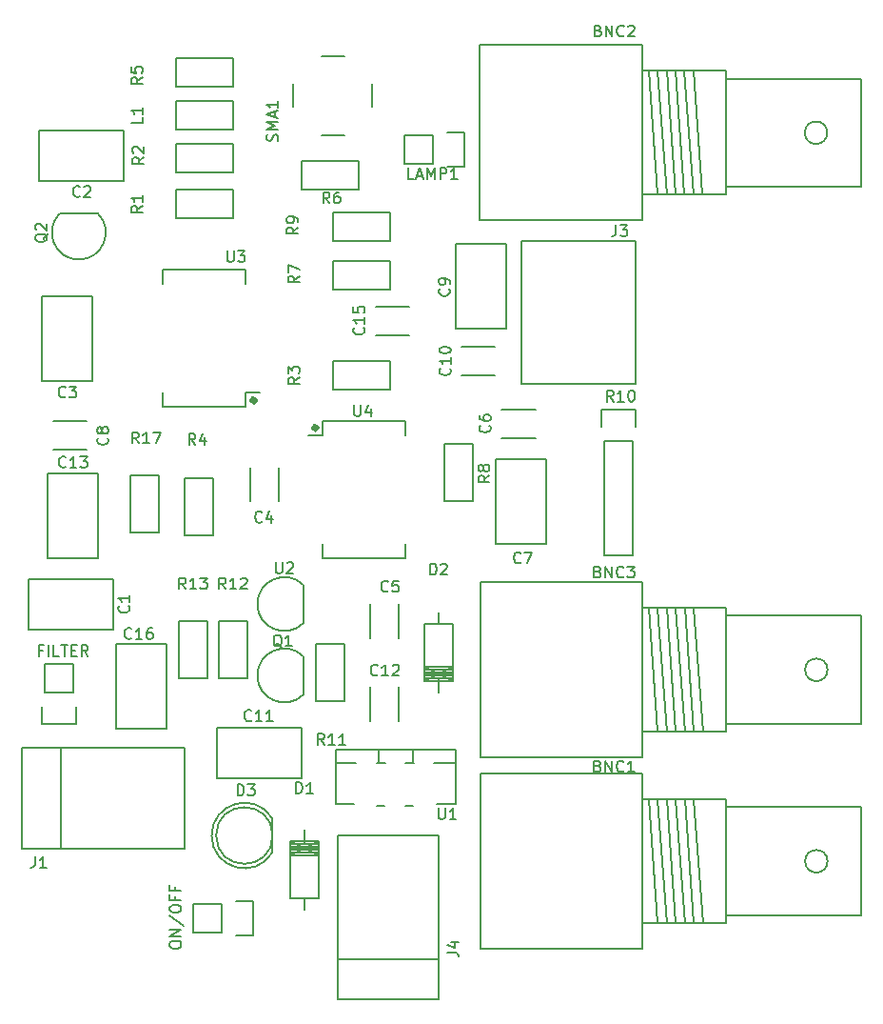
<source format=gto>
G04 This is an RS-274x file exported by *
G04 gerbv version 2.6.0 *
G04 More information is available about gerbv at *
G04 http://gerbv.gpleda.org/ *
G04 --End of header info--*
%MOIN*%
%FSLAX34Y34*%
%IPPOS*%
G04 --Define apertures--*
%ADD10C,0.0138*%
%ADD11C,0.0060*%
%ADD12C,0.0059*%
%ADD13C,0.0200*%
G04 --Start main section--*
G54D11*
G01X0028281Y-046660D02*
G01X0028281Y-046583D01*
G01X0028281Y-046583D02*
G01X0028300Y-046545D01*
G01X0028300Y-046545D02*
G01X0028338Y-046507D01*
G01X0028338Y-046507D02*
G01X0028414Y-046488D01*
G01X0028414Y-046488D02*
G01X0028548Y-046488D01*
G01X0028548Y-046488D02*
G01X0028624Y-046507D01*
G01X0028624Y-046507D02*
G01X0028662Y-046545D01*
G01X0028662Y-046545D02*
G01X0028681Y-046583D01*
G01X0028681Y-046583D02*
G01X0028681Y-046660D01*
G01X0028681Y-046660D02*
G01X0028662Y-046698D01*
G01X0028662Y-046698D02*
G01X0028624Y-046736D01*
G01X0028624Y-046736D02*
G01X0028548Y-046755D01*
G01X0028548Y-046755D02*
G01X0028414Y-046755D01*
G01X0028414Y-046755D02*
G01X0028338Y-046736D01*
G01X0028338Y-046736D02*
G01X0028300Y-046698D01*
G01X0028300Y-046698D02*
G01X0028281Y-046660D01*
G01X0028681Y-046317D02*
G01X0028281Y-046317D01*
G01X0028281Y-046317D02*
G01X0028681Y-046088D01*
G01X0028681Y-046088D02*
G01X0028281Y-046088D01*
G01X0028262Y-045612D02*
G01X0028776Y-045955D01*
G01X0028281Y-045402D02*
G01X0028281Y-045326D01*
G01X0028281Y-045326D02*
G01X0028300Y-045288D01*
G01X0028300Y-045288D02*
G01X0028338Y-045250D01*
G01X0028338Y-045250D02*
G01X0028414Y-045231D01*
G01X0028414Y-045231D02*
G01X0028548Y-045231D01*
G01X0028548Y-045231D02*
G01X0028624Y-045250D01*
G01X0028624Y-045250D02*
G01X0028662Y-045288D01*
G01X0028662Y-045288D02*
G01X0028681Y-045326D01*
G01X0028681Y-045326D02*
G01X0028681Y-045402D01*
G01X0028681Y-045402D02*
G01X0028662Y-045440D01*
G01X0028662Y-045440D02*
G01X0028624Y-045479D01*
G01X0028624Y-045479D02*
G01X0028548Y-045498D01*
G01X0028548Y-045498D02*
G01X0028414Y-045498D01*
G01X0028414Y-045498D02*
G01X0028338Y-045479D01*
G01X0028338Y-045479D02*
G01X0028300Y-045440D01*
G01X0028300Y-045440D02*
G01X0028281Y-045402D01*
G01X0028471Y-044926D02*
G01X0028471Y-045060D01*
G01X0028681Y-045060D02*
G01X0028281Y-045060D01*
G01X0028281Y-045060D02*
G01X0028281Y-044869D01*
G01X0028471Y-044583D02*
G01X0028471Y-044717D01*
G01X0028681Y-044717D02*
G01X0028281Y-044717D01*
G01X0028281Y-044717D02*
G01X0028281Y-044526D01*
G54D12*
G01X0034178Y-047135D02*
G01X0037722Y-047135D01*
G01X0034178Y-048513D02*
G01X0037722Y-048513D01*
G01X0037722Y-048513D02*
G01X0037722Y-042804D01*
G01X0037722Y-042804D02*
G01X0034178Y-042804D01*
G01X0034178Y-042804D02*
G01X0034178Y-048513D01*
G01X0024484Y-039728D02*
G01X0024484Y-043272D01*
G01X0023106Y-039728D02*
G01X0023106Y-043272D01*
G01X0023106Y-043272D02*
G01X0028815Y-043272D01*
G01X0028815Y-043272D02*
G01X0028815Y-039728D01*
G01X0028815Y-039728D02*
G01X0023106Y-039728D01*
G01X0033606Y-015520D02*
G01X0034394Y-015520D01*
G01X0035380Y-016506D02*
G01X0035380Y-017294D01*
G01X0034394Y-018280D02*
G01X0033606Y-018280D01*
G01X0032620Y-017294D02*
G01X0032620Y-016506D01*
G01X0046646Y-041535D02*
G01X0046961Y-045865D01*
G01X0046331Y-041535D02*
G01X0046646Y-045865D01*
G01X0046016Y-041535D02*
G01X0046331Y-045865D01*
G01X0045701Y-041535D02*
G01X0046016Y-045865D01*
G01X0045386Y-041535D02*
G01X0045701Y-045865D01*
G01X0045071Y-041535D02*
G01X0045386Y-045865D01*
G01X0051331Y-043700D02*
G75*
G03X0051331Y-043700I-000394J0000000D01*
G01X0047787Y-045590D02*
G01X0052512Y-045590D01*
G01X0052512Y-045590D02*
G01X0052512Y-041810D01*
G01X0052512Y-041810D02*
G01X0047787Y-041810D01*
G01X0044835Y-045865D02*
G01X0047787Y-045865D01*
G01X0047787Y-045865D02*
G01X0047787Y-041535D01*
G01X0047787Y-041535D02*
G01X0044835Y-041535D01*
G01X0039165Y-040629D02*
G01X0039165Y-046771D01*
G01X0039165Y-046771D02*
G01X0044835Y-046771D01*
G01X0044835Y-046771D02*
G01X0044835Y-040629D01*
G01X0044835Y-040629D02*
G01X0039165Y-040629D01*
G01X0046636Y-016042D02*
G01X0046951Y-020372D01*
G01X0046321Y-016042D02*
G01X0046636Y-020372D01*
G01X0046006Y-016042D02*
G01X0046321Y-020372D01*
G01X0045691Y-016042D02*
G01X0046006Y-020372D01*
G01X0045376Y-016042D02*
G01X0045691Y-020372D01*
G01X0045061Y-016042D02*
G01X0045376Y-020372D01*
G01X0051321Y-018207D02*
G75*
G03X0051321Y-018207I-000394J0000000D01*
G01X0047777Y-020097D02*
G01X0052502Y-020097D01*
G01X0052502Y-020097D02*
G01X0052502Y-016317D01*
G01X0052502Y-016317D02*
G01X0047777Y-016317D01*
G01X0044825Y-020372D02*
G01X0047777Y-020372D01*
G01X0047777Y-020372D02*
G01X0047777Y-016042D01*
G01X0047777Y-016042D02*
G01X0044825Y-016042D01*
G01X0039155Y-015136D02*
G01X0039155Y-021278D01*
G01X0039155Y-021278D02*
G01X0044825Y-021278D01*
G01X0044825Y-021278D02*
G01X0044825Y-015136D01*
G01X0044825Y-015136D02*
G01X0039155Y-015136D01*
G01X0046646Y-034835D02*
G01X0046961Y-039165D01*
G01X0046331Y-034835D02*
G01X0046646Y-039165D01*
G01X0046016Y-034835D02*
G01X0046331Y-039165D01*
G01X0045701Y-034835D02*
G01X0046016Y-039165D01*
G01X0045386Y-034835D02*
G01X0045701Y-039165D01*
G01X0045071Y-034835D02*
G01X0045386Y-039165D01*
G01X0051331Y-037000D02*
G75*
G03X0051331Y-037000I-000394J0000000D01*
G01X0047787Y-038890D02*
G01X0052512Y-038890D01*
G01X0052512Y-038890D02*
G01X0052512Y-035110D01*
G01X0052512Y-035110D02*
G01X0047787Y-035110D01*
G01X0044835Y-039165D02*
G01X0047787Y-039165D01*
G01X0047787Y-039165D02*
G01X0047787Y-034835D01*
G01X0047787Y-034835D02*
G01X0044835Y-034835D01*
G01X0039165Y-033929D02*
G01X0039165Y-040071D01*
G01X0039165Y-040071D02*
G01X0044835Y-040071D01*
G01X0044835Y-040071D02*
G01X0044835Y-033929D01*
G01X0044835Y-033929D02*
G01X0039165Y-033929D01*
G01X0023339Y-033814D02*
G01X0026292Y-033814D01*
G01X0026292Y-033814D02*
G01X0026292Y-035586D01*
G01X0026292Y-035586D02*
G01X0023339Y-035586D01*
G01X0023339Y-035586D02*
G01X0023339Y-033814D01*
G01X0026661Y-019886D02*
G01X0023708Y-019886D01*
G01X0023708Y-019886D02*
G01X0023708Y-018114D01*
G01X0023708Y-018114D02*
G01X0026661Y-018114D01*
G01X0026661Y-018114D02*
G01X0026661Y-019886D01*
G01X0023814Y-026892D02*
G01X0023814Y-023939D01*
G01X0023814Y-023939D02*
G01X0025586Y-023939D01*
G01X0025586Y-023939D02*
G01X0025586Y-026892D01*
G01X0025586Y-026892D02*
G01X0023814Y-026892D01*
G01X0032092Y-029917D02*
G01X0032092Y-031098D01*
G01X0031108Y-031098D02*
G01X0031108Y-029917D01*
G01X0036292Y-034702D02*
G01X0036292Y-035883D01*
G01X0035308Y-035883D02*
G01X0035308Y-034702D01*
G01X0041098Y-028892D02*
G01X0039917Y-028892D01*
G01X0039917Y-027908D02*
G01X0041098Y-027908D01*
G01X0041486Y-029639D02*
G01X0041486Y-032592D01*
G01X0041486Y-032592D02*
G01X0039714Y-032592D01*
G01X0039714Y-032592D02*
G01X0039714Y-029639D01*
G01X0039714Y-029639D02*
G01X0041486Y-029639D01*
G01X0024202Y-028308D02*
G01X0025383Y-028308D01*
G01X0025383Y-029292D02*
G01X0024202Y-029292D01*
G01X0038314Y-025061D02*
G01X0038314Y-022108D01*
G01X0038314Y-022108D02*
G01X0040086Y-022108D01*
G01X0040086Y-022108D02*
G01X0040086Y-025061D01*
G01X0040086Y-025061D02*
G01X0038314Y-025061D01*
G01X0038502Y-025708D02*
G01X0039683Y-025708D01*
G01X0039683Y-026692D02*
G01X0038502Y-026692D01*
G01X0035308Y-038783D02*
G01X0035308Y-037602D01*
G01X0036292Y-037602D02*
G01X0036292Y-038783D01*
G01X0025786Y-030139D02*
G01X0025786Y-033092D01*
G01X0025786Y-033092D02*
G01X0024014Y-033092D01*
G01X0024014Y-033092D02*
G01X0024014Y-030139D01*
G01X0024014Y-030139D02*
G01X0025786Y-030139D01*
G01X0036683Y-025292D02*
G01X0035502Y-025292D01*
G01X0035502Y-024308D02*
G01X0036683Y-024308D01*
G01X0026414Y-039061D02*
G01X0026414Y-036108D01*
G01X0026414Y-036108D02*
G01X0028186Y-036108D01*
G01X0028186Y-036108D02*
G01X0028186Y-039061D01*
G01X0028186Y-039061D02*
G01X0026414Y-039061D01*
G01X0033000Y-045000D02*
G01X0033000Y-045400D01*
G01X0033000Y-043100D02*
G01X0033000Y-042600D01*
G01X0033500Y-043200D02*
G01X0032500Y-043200D01*
G01X0033500Y-043300D02*
G01X0032500Y-043300D01*
G01X0033500Y-043400D02*
G01X0032500Y-043400D01*
G01X0033500Y-043100D02*
G01X0032500Y-043100D01*
G01X0033500Y-043500D02*
G01X0032500Y-043000D01*
G01X0033500Y-043000D02*
G01X0032500Y-043500D01*
G01X0033500Y-043500D02*
G01X0032500Y-043500D01*
G01X0033500Y-043250D02*
G01X0032500Y-043250D01*
G01X0032500Y-043000D02*
G01X0033500Y-043000D01*
G01X0033500Y-043000D02*
G01X0033500Y-045000D01*
G01X0033500Y-045000D02*
G01X0032500Y-045000D01*
G01X0032500Y-045000D02*
G01X0032500Y-043000D01*
G01X0037698Y-035400D02*
G01X0037698Y-035000D01*
G01X0037698Y-037300D02*
G01X0037698Y-037800D01*
G01X0037198Y-037200D02*
G01X0038198Y-037200D01*
G01X0037198Y-037100D02*
G01X0038198Y-037100D01*
G01X0037198Y-037000D02*
G01X0038198Y-037000D01*
G01X0037198Y-037300D02*
G01X0038198Y-037300D01*
G01X0037198Y-036900D02*
G01X0038198Y-037400D01*
G01X0037198Y-037400D02*
G01X0038198Y-036900D01*
G01X0037198Y-036900D02*
G01X0038198Y-036900D01*
G01X0037198Y-037150D02*
G01X0038198Y-037150D01*
G01X0038198Y-037400D02*
G01X0037198Y-037400D01*
G01X0037198Y-037400D02*
G01X0037198Y-035400D01*
G01X0037198Y-035400D02*
G01X0038198Y-035400D01*
G01X0038198Y-035400D02*
G01X0038198Y-037400D01*
G01X0030100Y-046200D02*
G01X0029100Y-046200D01*
G01X0031210Y-046310D02*
G01X0030600Y-046310D01*
G01X0030100Y-046200D02*
G01X0030100Y-045200D01*
G01X0030600Y-045090D02*
G01X0031210Y-045090D01*
G01X0031210Y-045090D02*
G01X0031210Y-046310D01*
G01X0030100Y-045200D02*
G01X0029100Y-045200D01*
G01X0029100Y-045200D02*
G01X0029100Y-046200D01*
G01X0023900Y-037800D02*
G01X0023900Y-036800D01*
G01X0023790Y-038910D02*
G01X0023790Y-038300D01*
G01X0023900Y-037800D02*
G01X0024900Y-037800D01*
G01X0025010Y-038300D02*
G01X0025010Y-038910D01*
G01X0025010Y-038910D02*
G01X0023790Y-038910D01*
G01X0024900Y-037800D02*
G01X0024900Y-036800D01*
G01X0024900Y-036800D02*
G01X0023900Y-036800D01*
G01X0037500Y-019300D02*
G01X0036500Y-019300D01*
G01X0038610Y-019410D02*
G01X0038000Y-019410D01*
G01X0037500Y-019300D02*
G01X0037500Y-018300D01*
G01X0038000Y-018190D02*
G01X0038610Y-018190D01*
G01X0038610Y-018190D02*
G01X0038610Y-019410D01*
G01X0037500Y-018300D02*
G01X0036500Y-018300D01*
G01X0036500Y-018300D02*
G01X0036500Y-019300D01*
G01X0032969Y-037869D02*
G01X0032969Y-036531D01*
G01X0032968Y-037868D02*
G75*
G02X0031355Y-037200I-000668J0000668D01*
G01X0032968Y-036532D02*
G75*
G03X0031355Y-037200I-000668J-000668D01*
G01X0025769Y-021031D02*
G01X0024431Y-021031D01*
G01X0025768Y-021032D02*
G75*
G02X0025100Y-022645I-000668J-000668D01*
G01X0024432Y-021032D02*
G75*
G03X0025100Y-022645I0000668J-000668D01*
G01X0030500Y-021200D02*
G01X0028500Y-021200D01*
G01X0028500Y-021200D02*
G01X0028500Y-020200D01*
G01X0028500Y-020200D02*
G01X0030500Y-020200D01*
G01X0030500Y-020200D02*
G01X0030500Y-021200D01*
G01X0034000Y-026200D02*
G01X0036000Y-026200D01*
G01X0036000Y-026200D02*
G01X0036000Y-027200D01*
G01X0036000Y-027200D02*
G01X0034000Y-027200D01*
G01X0034000Y-027200D02*
G01X0034000Y-026200D01*
G01X0029800Y-030300D02*
G01X0029800Y-032300D01*
G01X0029800Y-032300D02*
G01X0028800Y-032300D01*
G01X0028800Y-032300D02*
G01X0028800Y-030300D01*
G01X0028800Y-030300D02*
G01X0029800Y-030300D01*
G01X0028500Y-015600D02*
G01X0030500Y-015600D01*
G01X0030500Y-015600D02*
G01X0030500Y-016600D01*
G01X0030500Y-016600D02*
G01X0028500Y-016600D01*
G01X0028500Y-016600D02*
G01X0028500Y-015600D01*
G01X0034900Y-020200D02*
G01X0032900Y-020200D01*
G01X0032900Y-020200D02*
G01X0032900Y-019200D01*
G01X0032900Y-019200D02*
G01X0034900Y-019200D01*
G01X0034900Y-019200D02*
G01X0034900Y-020200D01*
G01X0034000Y-022700D02*
G01X0036000Y-022700D01*
G01X0036000Y-022700D02*
G01X0036000Y-023700D01*
G01X0036000Y-023700D02*
G01X0034000Y-023700D01*
G01X0034000Y-023700D02*
G01X0034000Y-022700D01*
G01X0038900Y-029100D02*
G01X0038900Y-031100D01*
G01X0038900Y-031100D02*
G01X0037900Y-031100D01*
G01X0037900Y-031100D02*
G01X0037900Y-029100D01*
G01X0037900Y-029100D02*
G01X0038900Y-029100D01*
G01X0036000Y-022000D02*
G01X0034000Y-022000D01*
G01X0034000Y-022000D02*
G01X0034000Y-021000D01*
G01X0034000Y-021000D02*
G01X0036000Y-021000D01*
G01X0036000Y-021000D02*
G01X0036000Y-022000D01*
G01X0043390Y-028500D02*
G01X0043390Y-027890D01*
G01X0043390Y-027890D02*
G01X0044610Y-027890D01*
G01X0044610Y-027890D02*
G01X0044610Y-028500D01*
G01X0044500Y-029000D02*
G01X0044500Y-033000D01*
G01X0044500Y-033000D02*
G01X0043500Y-033000D01*
G01X0043500Y-033000D02*
G01X0043500Y-029000D01*
G01X0044500Y-029000D02*
G01X0043500Y-029000D01*
G01X0033400Y-038100D02*
G01X0033400Y-036100D01*
G01X0033400Y-036100D02*
G01X0034400Y-036100D01*
G01X0034400Y-036100D02*
G01X0034400Y-038100D01*
G01X0034400Y-038100D02*
G01X0033400Y-038100D01*
G01X0031000Y-035300D02*
G01X0031000Y-037300D01*
G01X0031000Y-037300D02*
G01X0030000Y-037300D01*
G01X0030000Y-037300D02*
G01X0030000Y-035300D01*
G01X0030000Y-035300D02*
G01X0031000Y-035300D01*
G01X0029600Y-035300D02*
G01X0029600Y-037300D01*
G01X0029600Y-037300D02*
G01X0028600Y-037300D01*
G01X0028600Y-037300D02*
G01X0028600Y-035300D01*
G01X0028600Y-035300D02*
G01X0029600Y-035300D01*
G01X0026900Y-032200D02*
G01X0026900Y-030200D01*
G01X0026900Y-030200D02*
G01X0027900Y-030200D01*
G01X0027900Y-030200D02*
G01X0027900Y-032200D01*
G01X0027900Y-032200D02*
G01X0026900Y-032200D01*
G01X0038300Y-040250D02*
G01X0037550Y-040250D01*
G01X0036550Y-040250D02*
G01X0036850Y-040250D01*
G01X0035600Y-040250D02*
G01X0035550Y-040250D01*
G01X0035600Y-040250D02*
G01X0035850Y-040250D01*
G01X0034100Y-040250D02*
G01X0034800Y-040250D01*
G01X0034100Y-041700D02*
G01X0034750Y-041700D01*
G01X0035800Y-041750D02*
G01X0035550Y-041750D01*
G01X0036800Y-041750D02*
G01X0036550Y-041750D01*
G01X0038300Y-041700D02*
G01X0037650Y-041700D01*
G01X0035600Y-039800D02*
G01X0035600Y-040250D01*
G01X0036800Y-039800D02*
G01X0036800Y-040250D01*
G01X0038300Y-040250D02*
G01X0038300Y-041700D01*
G01X0034100Y-041700D02*
G01X0034100Y-040250D01*
G01X0038300Y-039800D02*
G01X0038300Y-040250D01*
G01X0034100Y-040250D02*
G01X0034100Y-039800D01*
G01X0036200Y-039800D02*
G01X0034100Y-039800D01*
G01X0036200Y-039800D02*
G01X0038300Y-039800D01*
G01X0032969Y-035369D02*
G01X0032969Y-034031D01*
G01X0032968Y-035368D02*
G75*
G02X0031355Y-034700I-000668J0000668D01*
G01X0032968Y-034032D02*
G75*
G03X0031355Y-034700I-000668J-000668D01*
G54D13*
G01X0031278Y-027570D02*
G75*
G03X0031278Y-027570I-000058J0000000D01*
G54D12*
G01X0030947Y-027804D02*
G01X0030947Y-027304D01*
G01X0028053Y-027804D02*
G01X0028053Y-027304D01*
G01X0028053Y-022996D02*
G01X0028053Y-023496D01*
G01X0030947Y-022996D02*
G01X0030947Y-023496D01*
G01X0030947Y-027804D02*
G01X0028053Y-027804D01*
G01X0030947Y-022996D02*
G01X0028053Y-022996D01*
G01X0030947Y-027304D02*
G01X0031453Y-027304D01*
G54D13*
G01X0033438Y-028530D02*
G75*
G03X0033438Y-028530I-000058J0000000D01*
G54D12*
G01X0033653Y-028296D02*
G01X0033653Y-028796D01*
G01X0036547Y-028296D02*
G01X0036547Y-028796D01*
G01X0036547Y-033104D02*
G01X0036547Y-032604D01*
G01X0033653Y-033104D02*
G01X0033653Y-032604D01*
G01X0033653Y-028296D02*
G01X0036547Y-028296D01*
G01X0033653Y-033104D02*
G01X0036547Y-033104D01*
G01X0033653Y-028796D02*
G01X0033147Y-028796D01*
G01X0030500Y-018100D02*
G01X0028500Y-018100D01*
G01X0028500Y-018100D02*
G01X0028500Y-017100D01*
G01X0028500Y-017100D02*
G01X0030500Y-017100D01*
G01X0030500Y-017100D02*
G01X0030500Y-018100D01*
G54D11*
G01X0040600Y-027000D02*
G01X0044600Y-027000D01*
G01X0040600Y-022000D02*
G01X0040600Y-027000D01*
G01X0044600Y-022000D02*
G01X0040600Y-022000D01*
G01X0044600Y-027000D02*
G01X0044600Y-022000D01*
G54D12*
G01X0028500Y-018600D02*
G01X0030500Y-018600D01*
G01X0030500Y-018600D02*
G01X0030500Y-019600D01*
G01X0030500Y-019600D02*
G01X0028500Y-019600D01*
G01X0028500Y-019600D02*
G01X0028500Y-018600D01*
G01X0029939Y-039014D02*
G01X0032892Y-039014D01*
G01X0032892Y-039014D02*
G01X0032892Y-040786D01*
G01X0032892Y-040786D02*
G01X0029939Y-040786D01*
G01X0029939Y-040786D02*
G01X0029939Y-039014D01*
G01X0031878Y-042200D02*
G75*
G03X0031884Y-043391I-000978J-000600D01*
G01X0031884Y-042209D02*
G01X0031884Y-043391D01*
G01X0031891Y-042800D02*
G75*
G03X0031891Y-042800I-000991J0000000D01*
G01X0038014Y-046892D02*
G01X0038296Y-046892D01*
G01X0038296Y-046892D02*
G01X0038352Y-046911D01*
G01X0038352Y-046911D02*
G01X0038389Y-046948D01*
G01X0038389Y-046948D02*
G01X0038408Y-047005D01*
G01X0038408Y-047005D02*
G01X0038408Y-047042D01*
G01X0038146Y-046536D02*
G01X0038408Y-046536D01*
G01X0037996Y-046630D02*
G01X0038277Y-046724D01*
G01X0038277Y-046724D02*
G01X0038277Y-046480D01*
G01X0023569Y-043534D02*
G01X0023569Y-043816D01*
G01X0023569Y-043816D02*
G01X0023550Y-043872D01*
G01X0023550Y-043872D02*
G01X0023513Y-043909D01*
G01X0023513Y-043909D02*
G01X0023456Y-043928D01*
G01X0023456Y-043928D02*
G01X0023419Y-043928D01*
G01X0023962Y-043928D02*
G01X0023737Y-043928D01*
G01X0023850Y-043928D02*
G01X0023850Y-043534D01*
G01X0023850Y-043534D02*
G01X0023812Y-043591D01*
G01X0023812Y-043591D02*
G01X0023775Y-043628D01*
G01X0023775Y-043628D02*
G01X0023737Y-043647D01*
G01X0032059Y-018494D02*
G01X0032078Y-018437D01*
G01X0032078Y-018437D02*
G01X0032078Y-018344D01*
G01X0032078Y-018344D02*
G01X0032059Y-018306D01*
G01X0032059Y-018306D02*
G01X0032041Y-018287D01*
G01X0032041Y-018287D02*
G01X0032003Y-018269D01*
G01X0032003Y-018269D02*
G01X0031966Y-018269D01*
G01X0031966Y-018269D02*
G01X0031928Y-018287D01*
G01X0031928Y-018287D02*
G01X0031909Y-018306D01*
G01X0031909Y-018306D02*
G01X0031891Y-018344D01*
G01X0031891Y-018344D02*
G01X0031872Y-018419D01*
G01X0031872Y-018419D02*
G01X0031853Y-018456D01*
G01X0031853Y-018456D02*
G01X0031834Y-018475D01*
G01X0031834Y-018475D02*
G01X0031797Y-018494D01*
G01X0031797Y-018494D02*
G01X0031759Y-018494D01*
G01X0031759Y-018494D02*
G01X0031722Y-018475D01*
G01X0031722Y-018475D02*
G01X0031703Y-018456D01*
G01X0031703Y-018456D02*
G01X0031684Y-018419D01*
G01X0031684Y-018419D02*
G01X0031684Y-018325D01*
G01X0031684Y-018325D02*
G01X0031703Y-018269D01*
G01X0032078Y-018100D02*
G01X0031684Y-018100D01*
G01X0031684Y-018100D02*
G01X0031966Y-017969D01*
G01X0031966Y-017969D02*
G01X0031684Y-017837D01*
G01X0031684Y-017837D02*
G01X0032078Y-017837D01*
G01X0031966Y-017669D02*
G01X0031966Y-017481D01*
G01X0032078Y-017706D02*
G01X0031684Y-017575D01*
G01X0031684Y-017575D02*
G01X0032078Y-017444D01*
G01X0032078Y-017106D02*
G01X0032078Y-017331D01*
G01X0032078Y-017219D02*
G01X0031684Y-017219D01*
G01X0031684Y-017219D02*
G01X0031741Y-017256D01*
G01X0031741Y-017256D02*
G01X0031778Y-017294D01*
G01X0031778Y-017294D02*
G01X0031797Y-017331D01*
G01X0043288Y-040372D02*
G01X0043344Y-040391D01*
G01X0043344Y-040391D02*
G01X0043363Y-040409D01*
G01X0043363Y-040409D02*
G01X0043381Y-040447D01*
G01X0043381Y-040447D02*
G01X0043381Y-040503D01*
G01X0043381Y-040503D02*
G01X0043363Y-040541D01*
G01X0043363Y-040541D02*
G01X0043344Y-040559D01*
G01X0043344Y-040559D02*
G01X0043306Y-040578D01*
G01X0043306Y-040578D02*
G01X0043156Y-040578D01*
G01X0043156Y-040578D02*
G01X0043156Y-040184D01*
G01X0043156Y-040184D02*
G01X0043288Y-040184D01*
G01X0043288Y-040184D02*
G01X0043325Y-040203D01*
G01X0043325Y-040203D02*
G01X0043344Y-040222D01*
G01X0043344Y-040222D02*
G01X0043363Y-040259D01*
G01X0043363Y-040259D02*
G01X0043363Y-040297D01*
G01X0043363Y-040297D02*
G01X0043344Y-040334D01*
G01X0043344Y-040334D02*
G01X0043325Y-040353D01*
G01X0043325Y-040353D02*
G01X0043288Y-040372D01*
G01X0043288Y-040372D02*
G01X0043156Y-040372D01*
G01X0043550Y-040578D02*
G01X0043550Y-040184D01*
G01X0043550Y-040184D02*
G01X0043775Y-040578D01*
G01X0043775Y-040578D02*
G01X0043775Y-040184D01*
G01X0044187Y-040541D02*
G01X0044169Y-040559D01*
G01X0044169Y-040559D02*
G01X0044112Y-040578D01*
G01X0044112Y-040578D02*
G01X0044075Y-040578D01*
G01X0044075Y-040578D02*
G01X0044019Y-040559D01*
G01X0044019Y-040559D02*
G01X0043981Y-040522D01*
G01X0043981Y-040522D02*
G01X0043962Y-040484D01*
G01X0043962Y-040484D02*
G01X0043944Y-040409D01*
G01X0043944Y-040409D02*
G01X0043944Y-040353D01*
G01X0043944Y-040353D02*
G01X0043962Y-040278D01*
G01X0043962Y-040278D02*
G01X0043981Y-040241D01*
G01X0043981Y-040241D02*
G01X0044019Y-040203D01*
G01X0044019Y-040203D02*
G01X0044075Y-040184D01*
G01X0044075Y-040184D02*
G01X0044112Y-040184D01*
G01X0044112Y-040184D02*
G01X0044169Y-040203D01*
G01X0044169Y-040203D02*
G01X0044187Y-040222D01*
G01X0044562Y-040578D02*
G01X0044337Y-040578D01*
G01X0044450Y-040578D02*
G01X0044450Y-040184D01*
G01X0044450Y-040184D02*
G01X0044412Y-040241D01*
G01X0044412Y-040241D02*
G01X0044375Y-040278D01*
G01X0044375Y-040278D02*
G01X0044337Y-040297D01*
G01X0043298Y-014636D02*
G01X0043354Y-014654D01*
G01X0043354Y-014654D02*
G01X0043373Y-014673D01*
G01X0043373Y-014673D02*
G01X0043391Y-014711D01*
G01X0043391Y-014711D02*
G01X0043391Y-014767D01*
G01X0043391Y-014767D02*
G01X0043373Y-014804D01*
G01X0043373Y-014804D02*
G01X0043354Y-014823D01*
G01X0043354Y-014823D02*
G01X0043316Y-014842D01*
G01X0043316Y-014842D02*
G01X0043166Y-014842D01*
G01X0043166Y-014842D02*
G01X0043166Y-014448D01*
G01X0043166Y-014448D02*
G01X0043298Y-014448D01*
G01X0043298Y-014448D02*
G01X0043335Y-014467D01*
G01X0043335Y-014467D02*
G01X0043354Y-014486D01*
G01X0043354Y-014486D02*
G01X0043373Y-014523D01*
G01X0043373Y-014523D02*
G01X0043373Y-014561D01*
G01X0043373Y-014561D02*
G01X0043354Y-014598D01*
G01X0043354Y-014598D02*
G01X0043335Y-014617D01*
G01X0043335Y-014617D02*
G01X0043298Y-014636D01*
G01X0043298Y-014636D02*
G01X0043166Y-014636D01*
G01X0043560Y-014842D02*
G01X0043560Y-014448D01*
G01X0043560Y-014448D02*
G01X0043785Y-014842D01*
G01X0043785Y-014842D02*
G01X0043785Y-014448D01*
G01X0044198Y-014804D02*
G01X0044179Y-014823D01*
G01X0044179Y-014823D02*
G01X0044123Y-014842D01*
G01X0044123Y-014842D02*
G01X0044085Y-014842D01*
G01X0044085Y-014842D02*
G01X0044029Y-014823D01*
G01X0044029Y-014823D02*
G01X0043991Y-014786D01*
G01X0043991Y-014786D02*
G01X0043973Y-014748D01*
G01X0043973Y-014748D02*
G01X0043954Y-014673D01*
G01X0043954Y-014673D02*
G01X0043954Y-014617D01*
G01X0043954Y-014617D02*
G01X0043973Y-014542D01*
G01X0043973Y-014542D02*
G01X0043991Y-014504D01*
G01X0043991Y-014504D02*
G01X0044029Y-014467D01*
G01X0044029Y-014467D02*
G01X0044085Y-014448D01*
G01X0044085Y-014448D02*
G01X0044123Y-014448D01*
G01X0044123Y-014448D02*
G01X0044179Y-014467D01*
G01X0044179Y-014467D02*
G01X0044198Y-014486D01*
G01X0044348Y-014486D02*
G01X0044366Y-014467D01*
G01X0044366Y-014467D02*
G01X0044404Y-014448D01*
G01X0044404Y-014448D02*
G01X0044497Y-014448D01*
G01X0044497Y-014448D02*
G01X0044535Y-014467D01*
G01X0044535Y-014467D02*
G01X0044554Y-014486D01*
G01X0044554Y-014486D02*
G01X0044572Y-014523D01*
G01X0044572Y-014523D02*
G01X0044572Y-014561D01*
G01X0044572Y-014561D02*
G01X0044554Y-014617D01*
G01X0044554Y-014617D02*
G01X0044329Y-014842D01*
G01X0044329Y-014842D02*
G01X0044572Y-014842D01*
G01X0043288Y-033572D02*
G01X0043344Y-033591D01*
G01X0043344Y-033591D02*
G01X0043363Y-033609D01*
G01X0043363Y-033609D02*
G01X0043381Y-033647D01*
G01X0043381Y-033647D02*
G01X0043381Y-033703D01*
G01X0043381Y-033703D02*
G01X0043363Y-033741D01*
G01X0043363Y-033741D02*
G01X0043344Y-033759D01*
G01X0043344Y-033759D02*
G01X0043306Y-033778D01*
G01X0043306Y-033778D02*
G01X0043156Y-033778D01*
G01X0043156Y-033778D02*
G01X0043156Y-033384D01*
G01X0043156Y-033384D02*
G01X0043288Y-033384D01*
G01X0043288Y-033384D02*
G01X0043325Y-033403D01*
G01X0043325Y-033403D02*
G01X0043344Y-033422D01*
G01X0043344Y-033422D02*
G01X0043363Y-033459D01*
G01X0043363Y-033459D02*
G01X0043363Y-033497D01*
G01X0043363Y-033497D02*
G01X0043344Y-033534D01*
G01X0043344Y-033534D02*
G01X0043325Y-033553D01*
G01X0043325Y-033553D02*
G01X0043288Y-033572D01*
G01X0043288Y-033572D02*
G01X0043156Y-033572D01*
G01X0043550Y-033778D02*
G01X0043550Y-033384D01*
G01X0043550Y-033384D02*
G01X0043775Y-033778D01*
G01X0043775Y-033778D02*
G01X0043775Y-033384D01*
G01X0044187Y-033741D02*
G01X0044169Y-033759D01*
G01X0044169Y-033759D02*
G01X0044112Y-033778D01*
G01X0044112Y-033778D02*
G01X0044075Y-033778D01*
G01X0044075Y-033778D02*
G01X0044019Y-033759D01*
G01X0044019Y-033759D02*
G01X0043981Y-033722D01*
G01X0043981Y-033722D02*
G01X0043962Y-033684D01*
G01X0043962Y-033684D02*
G01X0043944Y-033609D01*
G01X0043944Y-033609D02*
G01X0043944Y-033553D01*
G01X0043944Y-033553D02*
G01X0043962Y-033478D01*
G01X0043962Y-033478D02*
G01X0043981Y-033441D01*
G01X0043981Y-033441D02*
G01X0044019Y-033403D01*
G01X0044019Y-033403D02*
G01X0044075Y-033384D01*
G01X0044075Y-033384D02*
G01X0044112Y-033384D01*
G01X0044112Y-033384D02*
G01X0044169Y-033403D01*
G01X0044169Y-033403D02*
G01X0044187Y-033422D01*
G01X0044319Y-033384D02*
G01X0044562Y-033384D01*
G01X0044562Y-033384D02*
G01X0044431Y-033534D01*
G01X0044431Y-033534D02*
G01X0044487Y-033534D01*
G01X0044487Y-033534D02*
G01X0044525Y-033553D01*
G01X0044525Y-033553D02*
G01X0044544Y-033572D01*
G01X0044544Y-033572D02*
G01X0044562Y-033609D01*
G01X0044562Y-033609D02*
G01X0044562Y-033703D01*
G01X0044562Y-033703D02*
G01X0044544Y-033741D01*
G01X0044544Y-033741D02*
G01X0044525Y-033759D01*
G01X0044525Y-033759D02*
G01X0044487Y-033778D01*
G01X0044487Y-033778D02*
G01X0044375Y-033778D01*
G01X0044375Y-033778D02*
G01X0044337Y-033759D01*
G01X0044337Y-033759D02*
G01X0044319Y-033741D01*
G01X0026841Y-034766D02*
G01X0026859Y-034784D01*
G01X0026859Y-034784D02*
G01X0026878Y-034841D01*
G01X0026878Y-034841D02*
G01X0026878Y-034878D01*
G01X0026878Y-034878D02*
G01X0026859Y-034934D01*
G01X0026859Y-034934D02*
G01X0026822Y-034972D01*
G01X0026822Y-034972D02*
G01X0026784Y-034991D01*
G01X0026784Y-034991D02*
G01X0026709Y-035009D01*
G01X0026709Y-035009D02*
G01X0026653Y-035009D01*
G01X0026653Y-035009D02*
G01X0026578Y-034991D01*
G01X0026578Y-034991D02*
G01X0026541Y-034972D01*
G01X0026541Y-034972D02*
G01X0026503Y-034934D01*
G01X0026503Y-034934D02*
G01X0026484Y-034878D01*
G01X0026484Y-034878D02*
G01X0026484Y-034841D01*
G01X0026484Y-034841D02*
G01X0026503Y-034784D01*
G01X0026503Y-034784D02*
G01X0026522Y-034766D01*
G01X0026878Y-034391D02*
G01X0026878Y-034616D01*
G01X0026878Y-034503D02*
G01X0026484Y-034503D01*
G01X0026484Y-034503D02*
G01X0026541Y-034541D01*
G01X0026541Y-034541D02*
G01X0026578Y-034578D01*
G01X0026578Y-034578D02*
G01X0026597Y-034616D01*
G01X0025138Y-020420D02*
G01X0025120Y-020439D01*
G01X0025120Y-020439D02*
G01X0025063Y-020458D01*
G01X0025063Y-020458D02*
G01X0025026Y-020458D01*
G01X0025026Y-020458D02*
G01X0024970Y-020439D01*
G01X0024970Y-020439D02*
G01X0024932Y-020401D01*
G01X0024932Y-020401D02*
G01X0024913Y-020364D01*
G01X0024913Y-020364D02*
G01X0024895Y-020289D01*
G01X0024895Y-020289D02*
G01X0024895Y-020233D01*
G01X0024895Y-020233D02*
G01X0024913Y-020158D01*
G01X0024913Y-020158D02*
G01X0024932Y-020120D01*
G01X0024932Y-020120D02*
G01X0024970Y-020083D01*
G01X0024970Y-020083D02*
G01X0025026Y-020064D01*
G01X0025026Y-020064D02*
G01X0025063Y-020064D01*
G01X0025063Y-020064D02*
G01X0025120Y-020083D01*
G01X0025120Y-020083D02*
G01X0025138Y-020101D01*
G01X0025288Y-020101D02*
G01X0025307Y-020083D01*
G01X0025307Y-020083D02*
G01X0025345Y-020064D01*
G01X0025345Y-020064D02*
G01X0025438Y-020064D01*
G01X0025438Y-020064D02*
G01X0025476Y-020083D01*
G01X0025476Y-020083D02*
G01X0025495Y-020101D01*
G01X0025495Y-020101D02*
G01X0025513Y-020139D01*
G01X0025513Y-020139D02*
G01X0025513Y-020176D01*
G01X0025513Y-020176D02*
G01X0025495Y-020233D01*
G01X0025495Y-020233D02*
G01X0025270Y-020458D01*
G01X0025270Y-020458D02*
G01X0025513Y-020458D01*
G01X0024634Y-027441D02*
G01X0024616Y-027459D01*
G01X0024616Y-027459D02*
G01X0024559Y-027478D01*
G01X0024559Y-027478D02*
G01X0024522Y-027478D01*
G01X0024522Y-027478D02*
G01X0024466Y-027459D01*
G01X0024466Y-027459D02*
G01X0024428Y-027422D01*
G01X0024428Y-027422D02*
G01X0024409Y-027384D01*
G01X0024409Y-027384D02*
G01X0024391Y-027309D01*
G01X0024391Y-027309D02*
G01X0024391Y-027253D01*
G01X0024391Y-027253D02*
G01X0024409Y-027178D01*
G01X0024409Y-027178D02*
G01X0024428Y-027141D01*
G01X0024428Y-027141D02*
G01X0024466Y-027103D01*
G01X0024466Y-027103D02*
G01X0024522Y-027084D01*
G01X0024522Y-027084D02*
G01X0024559Y-027084D01*
G01X0024559Y-027084D02*
G01X0024616Y-027103D01*
G01X0024616Y-027103D02*
G01X0024634Y-027122D01*
G01X0024766Y-027084D02*
G01X0025009Y-027084D01*
G01X0025009Y-027084D02*
G01X0024878Y-027234D01*
G01X0024878Y-027234D02*
G01X0024934Y-027234D01*
G01X0024934Y-027234D02*
G01X0024972Y-027253D01*
G01X0024972Y-027253D02*
G01X0024991Y-027272D01*
G01X0024991Y-027272D02*
G01X0025009Y-027309D01*
G01X0025009Y-027309D02*
G01X0025009Y-027403D01*
G01X0025009Y-027403D02*
G01X0024991Y-027441D01*
G01X0024991Y-027441D02*
G01X0024972Y-027459D01*
G01X0024972Y-027459D02*
G01X0024934Y-027478D01*
G01X0024934Y-027478D02*
G01X0024822Y-027478D01*
G01X0024822Y-027478D02*
G01X0024784Y-027459D01*
G01X0024784Y-027459D02*
G01X0024766Y-027441D01*
G01X0031515Y-031810D02*
G01X0031496Y-031829D01*
G01X0031496Y-031829D02*
G01X0031440Y-031847D01*
G01X0031440Y-031847D02*
G01X0031402Y-031847D01*
G01X0031402Y-031847D02*
G01X0031346Y-031829D01*
G01X0031346Y-031829D02*
G01X0031308Y-031791D01*
G01X0031308Y-031791D02*
G01X0031290Y-031754D01*
G01X0031290Y-031754D02*
G01X0031271Y-031679D01*
G01X0031271Y-031679D02*
G01X0031271Y-031622D01*
G01X0031271Y-031622D02*
G01X0031290Y-031547D01*
G01X0031290Y-031547D02*
G01X0031308Y-031510D01*
G01X0031308Y-031510D02*
G01X0031346Y-031472D01*
G01X0031346Y-031472D02*
G01X0031402Y-031454D01*
G01X0031402Y-031454D02*
G01X0031440Y-031454D01*
G01X0031440Y-031454D02*
G01X0031496Y-031472D01*
G01X0031496Y-031472D02*
G01X0031515Y-031491D01*
G01X0031852Y-031585D02*
G01X0031852Y-031847D01*
G01X0031758Y-031435D02*
G01X0031665Y-031716D01*
G01X0031665Y-031716D02*
G01X0031908Y-031716D01*
G01X0035934Y-034241D02*
G01X0035916Y-034259D01*
G01X0035916Y-034259D02*
G01X0035859Y-034278D01*
G01X0035859Y-034278D02*
G01X0035822Y-034278D01*
G01X0035822Y-034278D02*
G01X0035766Y-034259D01*
G01X0035766Y-034259D02*
G01X0035728Y-034222D01*
G01X0035728Y-034222D02*
G01X0035709Y-034184D01*
G01X0035709Y-034184D02*
G01X0035691Y-034109D01*
G01X0035691Y-034109D02*
G01X0035691Y-034053D01*
G01X0035691Y-034053D02*
G01X0035709Y-033978D01*
G01X0035709Y-033978D02*
G01X0035728Y-033941D01*
G01X0035728Y-033941D02*
G01X0035766Y-033903D01*
G01X0035766Y-033903D02*
G01X0035822Y-033884D01*
G01X0035822Y-033884D02*
G01X0035859Y-033884D01*
G01X0035859Y-033884D02*
G01X0035916Y-033903D01*
G01X0035916Y-033903D02*
G01X0035934Y-033922D01*
G01X0036291Y-033884D02*
G01X0036103Y-033884D01*
G01X0036103Y-033884D02*
G01X0036084Y-034072D01*
G01X0036084Y-034072D02*
G01X0036103Y-034053D01*
G01X0036103Y-034053D02*
G01X0036141Y-034034D01*
G01X0036141Y-034034D02*
G01X0036234Y-034034D01*
G01X0036234Y-034034D02*
G01X0036272Y-034053D01*
G01X0036272Y-034053D02*
G01X0036291Y-034072D01*
G01X0036291Y-034072D02*
G01X0036309Y-034109D01*
G01X0036309Y-034109D02*
G01X0036309Y-034203D01*
G01X0036309Y-034203D02*
G01X0036291Y-034241D01*
G01X0036291Y-034241D02*
G01X0036272Y-034259D01*
G01X0036272Y-034259D02*
G01X0036234Y-034278D01*
G01X0036234Y-034278D02*
G01X0036141Y-034278D01*
G01X0036141Y-034278D02*
G01X0036103Y-034259D01*
G01X0036103Y-034259D02*
G01X0036084Y-034241D01*
G01X0039487Y-028446D02*
G01X0039506Y-028465D01*
G01X0039506Y-028465D02*
G01X0039525Y-028521D01*
G01X0039525Y-028521D02*
G01X0039525Y-028558D01*
G01X0039525Y-028558D02*
G01X0039506Y-028615D01*
G01X0039506Y-028615D02*
G01X0039468Y-028652D01*
G01X0039468Y-028652D02*
G01X0039431Y-028671D01*
G01X0039431Y-028671D02*
G01X0039356Y-028690D01*
G01X0039356Y-028690D02*
G01X0039300Y-028690D01*
G01X0039300Y-028690D02*
G01X0039225Y-028671D01*
G01X0039225Y-028671D02*
G01X0039187Y-028652D01*
G01X0039187Y-028652D02*
G01X0039150Y-028615D01*
G01X0039150Y-028615D02*
G01X0039131Y-028558D01*
G01X0039131Y-028558D02*
G01X0039131Y-028521D01*
G01X0039131Y-028521D02*
G01X0039150Y-028465D01*
G01X0039150Y-028465D02*
G01X0039168Y-028446D01*
G01X0039131Y-028108D02*
G01X0039131Y-028183D01*
G01X0039131Y-028183D02*
G01X0039150Y-028221D01*
G01X0039150Y-028221D02*
G01X0039168Y-028240D01*
G01X0039168Y-028240D02*
G01X0039225Y-028277D01*
G01X0039225Y-028277D02*
G01X0039300Y-028296D01*
G01X0039300Y-028296D02*
G01X0039450Y-028296D01*
G01X0039450Y-028296D02*
G01X0039487Y-028277D01*
G01X0039487Y-028277D02*
G01X0039506Y-028258D01*
G01X0039506Y-028258D02*
G01X0039525Y-028221D01*
G01X0039525Y-028221D02*
G01X0039525Y-028146D01*
G01X0039525Y-028146D02*
G01X0039506Y-028108D01*
G01X0039506Y-028108D02*
G01X0039487Y-028090D01*
G01X0039487Y-028090D02*
G01X0039450Y-028071D01*
G01X0039450Y-028071D02*
G01X0039356Y-028071D01*
G01X0039356Y-028071D02*
G01X0039318Y-028090D01*
G01X0039318Y-028090D02*
G01X0039300Y-028108D01*
G01X0039300Y-028108D02*
G01X0039281Y-028146D01*
G01X0039281Y-028146D02*
G01X0039281Y-028221D01*
G01X0039281Y-028221D02*
G01X0039300Y-028258D01*
G01X0039300Y-028258D02*
G01X0039318Y-028277D01*
G01X0039318Y-028277D02*
G01X0039356Y-028296D01*
G01X0040584Y-033241D02*
G01X0040566Y-033259D01*
G01X0040566Y-033259D02*
G01X0040509Y-033278D01*
G01X0040509Y-033278D02*
G01X0040472Y-033278D01*
G01X0040472Y-033278D02*
G01X0040416Y-033259D01*
G01X0040416Y-033259D02*
G01X0040378Y-033222D01*
G01X0040378Y-033222D02*
G01X0040359Y-033184D01*
G01X0040359Y-033184D02*
G01X0040341Y-033109D01*
G01X0040341Y-033109D02*
G01X0040341Y-033053D01*
G01X0040341Y-033053D02*
G01X0040359Y-032978D01*
G01X0040359Y-032978D02*
G01X0040378Y-032941D01*
G01X0040378Y-032941D02*
G01X0040416Y-032903D01*
G01X0040416Y-032903D02*
G01X0040472Y-032884D01*
G01X0040472Y-032884D02*
G01X0040509Y-032884D01*
G01X0040509Y-032884D02*
G01X0040566Y-032903D01*
G01X0040566Y-032903D02*
G01X0040584Y-032922D01*
G01X0040716Y-032884D02*
G01X0040978Y-032884D01*
G01X0040978Y-032884D02*
G01X0040809Y-033278D01*
G01X0026094Y-028885D02*
G01X0026113Y-028904D01*
G01X0026113Y-028904D02*
G01X0026132Y-028960D01*
G01X0026132Y-028960D02*
G01X0026132Y-028998D01*
G01X0026132Y-028998D02*
G01X0026113Y-029054D01*
G01X0026113Y-029054D02*
G01X0026075Y-029092D01*
G01X0026075Y-029092D02*
G01X0026038Y-029110D01*
G01X0026038Y-029110D02*
G01X0025963Y-029129D01*
G01X0025963Y-029129D02*
G01X0025907Y-029129D01*
G01X0025907Y-029129D02*
G01X0025832Y-029110D01*
G01X0025832Y-029110D02*
G01X0025794Y-029092D01*
G01X0025794Y-029092D02*
G01X0025757Y-029054D01*
G01X0025757Y-029054D02*
G01X0025738Y-028998D01*
G01X0025738Y-028998D02*
G01X0025738Y-028960D01*
G01X0025738Y-028960D02*
G01X0025757Y-028904D01*
G01X0025757Y-028904D02*
G01X0025775Y-028885D01*
G01X0025907Y-028660D02*
G01X0025888Y-028698D01*
G01X0025888Y-028698D02*
G01X0025869Y-028717D01*
G01X0025869Y-028717D02*
G01X0025832Y-028735D01*
G01X0025832Y-028735D02*
G01X0025813Y-028735D01*
G01X0025813Y-028735D02*
G01X0025775Y-028717D01*
G01X0025775Y-028717D02*
G01X0025757Y-028698D01*
G01X0025757Y-028698D02*
G01X0025738Y-028660D01*
G01X0025738Y-028660D02*
G01X0025738Y-028585D01*
G01X0025738Y-028585D02*
G01X0025757Y-028548D01*
G01X0025757Y-028548D02*
G01X0025775Y-028529D01*
G01X0025775Y-028529D02*
G01X0025813Y-028510D01*
G01X0025813Y-028510D02*
G01X0025832Y-028510D01*
G01X0025832Y-028510D02*
G01X0025869Y-028529D01*
G01X0025869Y-028529D02*
G01X0025888Y-028548D01*
G01X0025888Y-028548D02*
G01X0025907Y-028585D01*
G01X0025907Y-028585D02*
G01X0025907Y-028660D01*
G01X0025907Y-028660D02*
G01X0025925Y-028698D01*
G01X0025925Y-028698D02*
G01X0025944Y-028717D01*
G01X0025944Y-028717D02*
G01X0025982Y-028735D01*
G01X0025982Y-028735D02*
G01X0026057Y-028735D01*
G01X0026057Y-028735D02*
G01X0026094Y-028717D01*
G01X0026094Y-028717D02*
G01X0026113Y-028698D01*
G01X0026113Y-028698D02*
G01X0026132Y-028660D01*
G01X0026132Y-028660D02*
G01X0026132Y-028585D01*
G01X0026132Y-028585D02*
G01X0026113Y-028548D01*
G01X0026113Y-028548D02*
G01X0026094Y-028529D01*
G01X0026094Y-028529D02*
G01X0026057Y-028510D01*
G01X0026057Y-028510D02*
G01X0025982Y-028510D01*
G01X0025982Y-028510D02*
G01X0025944Y-028529D01*
G01X0025944Y-028529D02*
G01X0025925Y-028548D01*
G01X0025925Y-028548D02*
G01X0025907Y-028585D01*
G01X0038061Y-023670D02*
G01X0038080Y-023688D01*
G01X0038080Y-023688D02*
G01X0038099Y-023745D01*
G01X0038099Y-023745D02*
G01X0038099Y-023782D01*
G01X0038099Y-023782D02*
G01X0038080Y-023838D01*
G01X0038080Y-023838D02*
G01X0038042Y-023876D01*
G01X0038042Y-023876D02*
G01X0038005Y-023895D01*
G01X0038005Y-023895D02*
G01X0037930Y-023913D01*
G01X0037930Y-023913D02*
G01X0037874Y-023913D01*
G01X0037874Y-023913D02*
G01X0037799Y-023895D01*
G01X0037799Y-023895D02*
G01X0037761Y-023876D01*
G01X0037761Y-023876D02*
G01X0037724Y-023838D01*
G01X0037724Y-023838D02*
G01X0037705Y-023782D01*
G01X0037705Y-023782D02*
G01X0037705Y-023745D01*
G01X0037705Y-023745D02*
G01X0037724Y-023688D01*
G01X0037724Y-023688D02*
G01X0037742Y-023670D01*
G01X0038099Y-023482D02*
G01X0038099Y-023407D01*
G01X0038099Y-023407D02*
G01X0038080Y-023370D01*
G01X0038080Y-023370D02*
G01X0038061Y-023351D01*
G01X0038061Y-023351D02*
G01X0038005Y-023313D01*
G01X0038005Y-023313D02*
G01X0037930Y-023295D01*
G01X0037930Y-023295D02*
G01X0037780Y-023295D01*
G01X0037780Y-023295D02*
G01X0037742Y-023313D01*
G01X0037742Y-023313D02*
G01X0037724Y-023332D01*
G01X0037724Y-023332D02*
G01X0037705Y-023370D01*
G01X0037705Y-023370D02*
G01X0037705Y-023445D01*
G01X0037705Y-023445D02*
G01X0037724Y-023482D01*
G01X0037724Y-023482D02*
G01X0037742Y-023501D01*
G01X0037742Y-023501D02*
G01X0037780Y-023520D01*
G01X0037780Y-023520D02*
G01X0037874Y-023520D01*
G01X0037874Y-023520D02*
G01X0037911Y-023501D01*
G01X0037911Y-023501D02*
G01X0037930Y-023482D01*
G01X0037930Y-023482D02*
G01X0037949Y-023445D01*
G01X0037949Y-023445D02*
G01X0037949Y-023370D01*
G01X0037949Y-023370D02*
G01X0037930Y-023332D01*
G01X0037930Y-023332D02*
G01X0037911Y-023313D01*
G01X0037911Y-023313D02*
G01X0037874Y-023295D01*
G01X0038091Y-026453D02*
G01X0038109Y-026472D01*
G01X0038109Y-026472D02*
G01X0038128Y-026528D01*
G01X0038128Y-026528D02*
G01X0038128Y-026566D01*
G01X0038128Y-026566D02*
G01X0038109Y-026622D01*
G01X0038109Y-026622D02*
G01X0038072Y-026659D01*
G01X0038072Y-026659D02*
G01X0038034Y-026678D01*
G01X0038034Y-026678D02*
G01X0037959Y-026697D01*
G01X0037959Y-026697D02*
G01X0037903Y-026697D01*
G01X0037903Y-026697D02*
G01X0037828Y-026678D01*
G01X0037828Y-026678D02*
G01X0037791Y-026659D01*
G01X0037791Y-026659D02*
G01X0037753Y-026622D01*
G01X0037753Y-026622D02*
G01X0037734Y-026566D01*
G01X0037734Y-026566D02*
G01X0037734Y-026528D01*
G01X0037734Y-026528D02*
G01X0037753Y-026472D01*
G01X0037753Y-026472D02*
G01X0037772Y-026453D01*
G01X0038128Y-026078D02*
G01X0038128Y-026303D01*
G01X0038128Y-026191D02*
G01X0037734Y-026191D01*
G01X0037734Y-026191D02*
G01X0037791Y-026228D01*
G01X0037791Y-026228D02*
G01X0037828Y-026266D01*
G01X0037828Y-026266D02*
G01X0037847Y-026303D01*
G01X0037734Y-025834D02*
G01X0037734Y-025797D01*
G01X0037734Y-025797D02*
G01X0037753Y-025759D01*
G01X0037753Y-025759D02*
G01X0037772Y-025741D01*
G01X0037772Y-025741D02*
G01X0037809Y-025722D01*
G01X0037809Y-025722D02*
G01X0037884Y-025703D01*
G01X0037884Y-025703D02*
G01X0037978Y-025703D01*
G01X0037978Y-025703D02*
G01X0038053Y-025722D01*
G01X0038053Y-025722D02*
G01X0038091Y-025741D01*
G01X0038091Y-025741D02*
G01X0038109Y-025759D01*
G01X0038109Y-025759D02*
G01X0038128Y-025797D01*
G01X0038128Y-025797D02*
G01X0038128Y-025834D01*
G01X0038128Y-025834D02*
G01X0038109Y-025872D01*
G01X0038109Y-025872D02*
G01X0038091Y-025891D01*
G01X0038091Y-025891D02*
G01X0038053Y-025909D01*
G01X0038053Y-025909D02*
G01X0037978Y-025928D01*
G01X0037978Y-025928D02*
G01X0037884Y-025928D01*
G01X0037884Y-025928D02*
G01X0037809Y-025909D01*
G01X0037809Y-025909D02*
G01X0037772Y-025891D01*
G01X0037772Y-025891D02*
G01X0037753Y-025872D01*
G01X0037753Y-025872D02*
G01X0037734Y-025834D01*
G01X0035567Y-037171D02*
G01X0035548Y-037190D01*
G01X0035548Y-037190D02*
G01X0035492Y-037209D01*
G01X0035492Y-037209D02*
G01X0035454Y-037209D01*
G01X0035454Y-037209D02*
G01X0035398Y-037190D01*
G01X0035398Y-037190D02*
G01X0035360Y-037153D01*
G01X0035360Y-037153D02*
G01X0035342Y-037115D01*
G01X0035342Y-037115D02*
G01X0035323Y-037040D01*
G01X0035323Y-037040D02*
G01X0035323Y-036984D01*
G01X0035323Y-036984D02*
G01X0035342Y-036909D01*
G01X0035342Y-036909D02*
G01X0035360Y-036871D01*
G01X0035360Y-036871D02*
G01X0035398Y-036834D01*
G01X0035398Y-036834D02*
G01X0035454Y-036815D01*
G01X0035454Y-036815D02*
G01X0035492Y-036815D01*
G01X0035492Y-036815D02*
G01X0035548Y-036834D01*
G01X0035548Y-036834D02*
G01X0035567Y-036853D01*
G01X0035942Y-037209D02*
G01X0035717Y-037209D01*
G01X0035829Y-037209D02*
G01X0035829Y-036815D01*
G01X0035829Y-036815D02*
G01X0035792Y-036871D01*
G01X0035792Y-036871D02*
G01X0035754Y-036909D01*
G01X0035754Y-036909D02*
G01X0035717Y-036928D01*
G01X0036092Y-036853D02*
G01X0036110Y-036834D01*
G01X0036110Y-036834D02*
G01X0036148Y-036815D01*
G01X0036148Y-036815D02*
G01X0036242Y-036815D01*
G01X0036242Y-036815D02*
G01X0036279Y-036834D01*
G01X0036279Y-036834D02*
G01X0036298Y-036853D01*
G01X0036298Y-036853D02*
G01X0036316Y-036890D01*
G01X0036316Y-036890D02*
G01X0036316Y-036928D01*
G01X0036316Y-036928D02*
G01X0036298Y-036984D01*
G01X0036298Y-036984D02*
G01X0036073Y-037209D01*
G01X0036073Y-037209D02*
G01X0036316Y-037209D01*
G01X0024647Y-029891D02*
G01X0024628Y-029909D01*
G01X0024628Y-029909D02*
G01X0024572Y-029928D01*
G01X0024572Y-029928D02*
G01X0024534Y-029928D01*
G01X0024534Y-029928D02*
G01X0024478Y-029909D01*
G01X0024478Y-029909D02*
G01X0024441Y-029872D01*
G01X0024441Y-029872D02*
G01X0024422Y-029834D01*
G01X0024422Y-029834D02*
G01X0024403Y-029759D01*
G01X0024403Y-029759D02*
G01X0024403Y-029703D01*
G01X0024403Y-029703D02*
G01X0024422Y-029628D01*
G01X0024422Y-029628D02*
G01X0024441Y-029591D01*
G01X0024441Y-029591D02*
G01X0024478Y-029553D01*
G01X0024478Y-029553D02*
G01X0024534Y-029534D01*
G01X0024534Y-029534D02*
G01X0024572Y-029534D01*
G01X0024572Y-029534D02*
G01X0024628Y-029553D01*
G01X0024628Y-029553D02*
G01X0024647Y-029572D01*
G01X0025022Y-029928D02*
G01X0024797Y-029928D01*
G01X0024909Y-029928D02*
G01X0024909Y-029534D01*
G01X0024909Y-029534D02*
G01X0024872Y-029591D01*
G01X0024872Y-029591D02*
G01X0024834Y-029628D01*
G01X0024834Y-029628D02*
G01X0024797Y-029647D01*
G01X0025153Y-029534D02*
G01X0025397Y-029534D01*
G01X0025397Y-029534D02*
G01X0025266Y-029684D01*
G01X0025266Y-029684D02*
G01X0025322Y-029684D01*
G01X0025322Y-029684D02*
G01X0025359Y-029703D01*
G01X0025359Y-029703D02*
G01X0025378Y-029722D01*
G01X0025378Y-029722D02*
G01X0025397Y-029759D01*
G01X0025397Y-029759D02*
G01X0025397Y-029853D01*
G01X0025397Y-029853D02*
G01X0025378Y-029891D01*
G01X0025378Y-029891D02*
G01X0025359Y-029909D01*
G01X0025359Y-029909D02*
G01X0025322Y-029928D01*
G01X0025322Y-029928D02*
G01X0025209Y-029928D01*
G01X0025209Y-029928D02*
G01X0025172Y-029909D01*
G01X0025172Y-029909D02*
G01X0025153Y-029891D01*
G01X0035071Y-025033D02*
G01X0035090Y-025052D01*
G01X0035090Y-025052D02*
G01X0035109Y-025108D01*
G01X0035109Y-025108D02*
G01X0035109Y-025146D01*
G01X0035109Y-025146D02*
G01X0035090Y-025202D01*
G01X0035090Y-025202D02*
G01X0035053Y-025240D01*
G01X0035053Y-025240D02*
G01X0035015Y-025258D01*
G01X0035015Y-025258D02*
G01X0034940Y-025277D01*
G01X0034940Y-025277D02*
G01X0034884Y-025277D01*
G01X0034884Y-025277D02*
G01X0034809Y-025258D01*
G01X0034809Y-025258D02*
G01X0034771Y-025240D01*
G01X0034771Y-025240D02*
G01X0034734Y-025202D01*
G01X0034734Y-025202D02*
G01X0034715Y-025146D01*
G01X0034715Y-025146D02*
G01X0034715Y-025108D01*
G01X0034715Y-025108D02*
G01X0034734Y-025052D01*
G01X0034734Y-025052D02*
G01X0034753Y-025033D01*
G01X0035109Y-024658D02*
G01X0035109Y-024883D01*
G01X0035109Y-024771D02*
G01X0034715Y-024771D01*
G01X0034715Y-024771D02*
G01X0034771Y-024808D01*
G01X0034771Y-024808D02*
G01X0034809Y-024846D01*
G01X0034809Y-024846D02*
G01X0034828Y-024883D01*
G01X0034715Y-024302D02*
G01X0034715Y-024490D01*
G01X0034715Y-024490D02*
G01X0034903Y-024508D01*
G01X0034903Y-024508D02*
G01X0034884Y-024490D01*
G01X0034884Y-024490D02*
G01X0034865Y-024452D01*
G01X0034865Y-024452D02*
G01X0034865Y-024358D01*
G01X0034865Y-024358D02*
G01X0034884Y-024321D01*
G01X0034884Y-024321D02*
G01X0034903Y-024302D01*
G01X0034903Y-024302D02*
G01X0034940Y-024284D01*
G01X0034940Y-024284D02*
G01X0035034Y-024284D01*
G01X0035034Y-024284D02*
G01X0035071Y-024302D01*
G01X0035071Y-024302D02*
G01X0035090Y-024321D01*
G01X0035090Y-024321D02*
G01X0035109Y-024358D01*
G01X0035109Y-024358D02*
G01X0035109Y-024452D01*
G01X0035109Y-024452D02*
G01X0035090Y-024490D01*
G01X0035090Y-024490D02*
G01X0035071Y-024508D01*
G01X0026947Y-035891D02*
G01X0026928Y-035909D01*
G01X0026928Y-035909D02*
G01X0026872Y-035928D01*
G01X0026872Y-035928D02*
G01X0026834Y-035928D01*
G01X0026834Y-035928D02*
G01X0026778Y-035909D01*
G01X0026778Y-035909D02*
G01X0026741Y-035872D01*
G01X0026741Y-035872D02*
G01X0026722Y-035834D01*
G01X0026722Y-035834D02*
G01X0026703Y-035759D01*
G01X0026703Y-035759D02*
G01X0026703Y-035703D01*
G01X0026703Y-035703D02*
G01X0026722Y-035628D01*
G01X0026722Y-035628D02*
G01X0026741Y-035591D01*
G01X0026741Y-035591D02*
G01X0026778Y-035553D01*
G01X0026778Y-035553D02*
G01X0026834Y-035534D01*
G01X0026834Y-035534D02*
G01X0026872Y-035534D01*
G01X0026872Y-035534D02*
G01X0026928Y-035553D01*
G01X0026928Y-035553D02*
G01X0026947Y-035572D01*
G01X0027322Y-035928D02*
G01X0027097Y-035928D01*
G01X0027209Y-035928D02*
G01X0027209Y-035534D01*
G01X0027209Y-035534D02*
G01X0027172Y-035591D01*
G01X0027172Y-035591D02*
G01X0027134Y-035628D01*
G01X0027134Y-035628D02*
G01X0027097Y-035647D01*
G01X0027659Y-035534D02*
G01X0027584Y-035534D01*
G01X0027584Y-035534D02*
G01X0027547Y-035553D01*
G01X0027547Y-035553D02*
G01X0027528Y-035572D01*
G01X0027528Y-035572D02*
G01X0027491Y-035628D01*
G01X0027491Y-035628D02*
G01X0027472Y-035703D01*
G01X0027472Y-035703D02*
G01X0027472Y-035853D01*
G01X0027472Y-035853D02*
G01X0027491Y-035891D01*
G01X0027491Y-035891D02*
G01X0027509Y-035909D01*
G01X0027509Y-035909D02*
G01X0027547Y-035928D01*
G01X0027547Y-035928D02*
G01X0027622Y-035928D01*
G01X0027622Y-035928D02*
G01X0027659Y-035909D01*
G01X0027659Y-035909D02*
G01X0027678Y-035891D01*
G01X0027678Y-035891D02*
G01X0027697Y-035853D01*
G01X0027697Y-035853D02*
G01X0027697Y-035759D01*
G01X0027697Y-035759D02*
G01X0027678Y-035722D01*
G01X0027678Y-035722D02*
G01X0027659Y-035703D01*
G01X0027659Y-035703D02*
G01X0027622Y-035684D01*
G01X0027622Y-035684D02*
G01X0027547Y-035684D01*
G01X0027547Y-035684D02*
G01X0027509Y-035703D01*
G01X0027509Y-035703D02*
G01X0027491Y-035722D01*
G01X0027491Y-035722D02*
G01X0027472Y-035759D01*
G01X0032709Y-041328D02*
G01X0032709Y-040934D01*
G01X0032709Y-040934D02*
G01X0032803Y-040934D01*
G01X0032803Y-040934D02*
G01X0032859Y-040953D01*
G01X0032859Y-040953D02*
G01X0032897Y-040991D01*
G01X0032897Y-040991D02*
G01X0032916Y-041028D01*
G01X0032916Y-041028D02*
G01X0032934Y-041103D01*
G01X0032934Y-041103D02*
G01X0032934Y-041159D01*
G01X0032934Y-041159D02*
G01X0032916Y-041234D01*
G01X0032916Y-041234D02*
G01X0032897Y-041272D01*
G01X0032897Y-041272D02*
G01X0032859Y-041309D01*
G01X0032859Y-041309D02*
G01X0032803Y-041328D01*
G01X0032803Y-041328D02*
G01X0032709Y-041328D01*
G01X0033309Y-041328D02*
G01X0033084Y-041328D01*
G01X0033197Y-041328D02*
G01X0033197Y-040934D01*
G01X0033197Y-040934D02*
G01X0033159Y-040991D01*
G01X0033159Y-040991D02*
G01X0033122Y-041028D01*
G01X0033122Y-041028D02*
G01X0033084Y-041047D01*
G01X0037407Y-033678D02*
G01X0037407Y-033284D01*
G01X0037407Y-033284D02*
G01X0037501Y-033284D01*
G01X0037501Y-033284D02*
G01X0037557Y-033303D01*
G01X0037557Y-033303D02*
G01X0037595Y-033341D01*
G01X0037595Y-033341D02*
G01X0037614Y-033378D01*
G01X0037614Y-033378D02*
G01X0037632Y-033453D01*
G01X0037632Y-033453D02*
G01X0037632Y-033509D01*
G01X0037632Y-033509D02*
G01X0037614Y-033584D01*
G01X0037614Y-033584D02*
G01X0037595Y-033622D01*
G01X0037595Y-033622D02*
G01X0037557Y-033659D01*
G01X0037557Y-033659D02*
G01X0037501Y-033678D01*
G01X0037501Y-033678D02*
G01X0037407Y-033678D01*
G01X0037782Y-033322D02*
G01X0037801Y-033303D01*
G01X0037801Y-033303D02*
G01X0037839Y-033284D01*
G01X0037839Y-033284D02*
G01X0037932Y-033284D01*
G01X0037932Y-033284D02*
G01X0037970Y-033303D01*
G01X0037970Y-033303D02*
G01X0037989Y-033322D01*
G01X0037989Y-033322D02*
G01X0038007Y-033359D01*
G01X0038007Y-033359D02*
G01X0038007Y-033397D01*
G01X0038007Y-033397D02*
G01X0037989Y-033453D01*
G01X0037989Y-033453D02*
G01X0037764Y-033678D01*
G01X0037764Y-033678D02*
G01X0038007Y-033678D01*
G01X0023828Y-036322D02*
G01X0023697Y-036322D01*
G01X0023697Y-036528D02*
G01X0023697Y-036134D01*
G01X0023697Y-036134D02*
G01X0023884Y-036134D01*
G01X0024034Y-036528D02*
G01X0024034Y-036134D01*
G01X0024409Y-036528D02*
G01X0024222Y-036528D01*
G01X0024222Y-036528D02*
G01X0024222Y-036134D01*
G01X0024484Y-036134D02*
G01X0024709Y-036134D01*
G01X0024597Y-036528D02*
G01X0024597Y-036134D01*
G01X0024841Y-036322D02*
G01X0024972Y-036322D01*
G01X0025028Y-036528D02*
G01X0024841Y-036528D01*
G01X0024841Y-036528D02*
G01X0024841Y-036134D01*
G01X0024841Y-036134D02*
G01X0025028Y-036134D01*
G01X0025422Y-036528D02*
G01X0025291Y-036341D01*
G01X0025197Y-036528D02*
G01X0025197Y-036134D01*
G01X0025197Y-036134D02*
G01X0025347Y-036134D01*
G01X0025347Y-036134D02*
G01X0025384Y-036153D01*
G01X0025384Y-036153D02*
G01X0025403Y-036172D01*
G01X0025403Y-036172D02*
G01X0025422Y-036209D01*
G01X0025422Y-036209D02*
G01X0025422Y-036266D01*
G01X0025422Y-036266D02*
G01X0025403Y-036303D01*
G01X0025403Y-036303D02*
G01X0025384Y-036322D01*
G01X0025384Y-036322D02*
G01X0025347Y-036341D01*
G01X0025347Y-036341D02*
G01X0025197Y-036341D01*
G01X0036844Y-019828D02*
G01X0036656Y-019828D01*
G01X0036656Y-019828D02*
G01X0036656Y-019434D01*
G01X0036956Y-019716D02*
G01X0037144Y-019716D01*
G01X0036919Y-019828D02*
G01X0037050Y-019434D01*
G01X0037050Y-019434D02*
G01X0037181Y-019828D01*
G01X0037313Y-019828D02*
G01X0037313Y-019434D01*
G01X0037313Y-019434D02*
G01X0037444Y-019716D01*
G01X0037444Y-019716D02*
G01X0037575Y-019434D01*
G01X0037575Y-019434D02*
G01X0037575Y-019828D01*
G01X0037762Y-019828D02*
G01X0037762Y-019434D01*
G01X0037762Y-019434D02*
G01X0037912Y-019434D01*
G01X0037912Y-019434D02*
G01X0037950Y-019453D01*
G01X0037950Y-019453D02*
G01X0037969Y-019472D01*
G01X0037969Y-019472D02*
G01X0037987Y-019509D01*
G01X0037987Y-019509D02*
G01X0037987Y-019566D01*
G01X0037987Y-019566D02*
G01X0037969Y-019603D01*
G01X0037969Y-019603D02*
G01X0037950Y-019622D01*
G01X0037950Y-019622D02*
G01X0037912Y-019641D01*
G01X0037912Y-019641D02*
G01X0037762Y-019641D01*
G01X0038362Y-019828D02*
G01X0038137Y-019828D01*
G01X0038250Y-019828D02*
G01X0038250Y-019434D01*
G01X0038250Y-019434D02*
G01X0038212Y-019491D01*
G01X0038212Y-019491D02*
G01X0038175Y-019528D01*
G01X0038175Y-019528D02*
G01X0038137Y-019547D01*
G01X0032213Y-036216D02*
G01X0032175Y-036197D01*
G01X0032175Y-036197D02*
G01X0032138Y-036159D01*
G01X0032138Y-036159D02*
G01X0032081Y-036103D01*
G01X0032081Y-036103D02*
G01X0032044Y-036084D01*
G01X0032044Y-036084D02*
G01X0032006Y-036084D01*
G01X0032025Y-036178D02*
G01X0031988Y-036159D01*
G01X0031988Y-036159D02*
G01X0031950Y-036122D01*
G01X0031950Y-036122D02*
G01X0031931Y-036047D01*
G01X0031931Y-036047D02*
G01X0031931Y-035916D01*
G01X0031931Y-035916D02*
G01X0031950Y-035841D01*
G01X0031950Y-035841D02*
G01X0031988Y-035803D01*
G01X0031988Y-035803D02*
G01X0032025Y-035784D01*
G01X0032025Y-035784D02*
G01X0032100Y-035784D01*
G01X0032100Y-035784D02*
G01X0032138Y-035803D01*
G01X0032138Y-035803D02*
G01X0032175Y-035841D01*
G01X0032175Y-035841D02*
G01X0032194Y-035916D01*
G01X0032194Y-035916D02*
G01X0032194Y-036047D01*
G01X0032194Y-036047D02*
G01X0032175Y-036122D01*
G01X0032175Y-036122D02*
G01X0032138Y-036159D01*
G01X0032138Y-036159D02*
G01X0032100Y-036178D01*
G01X0032100Y-036178D02*
G01X0032025Y-036178D01*
G01X0032569Y-036178D02*
G01X0032344Y-036178D01*
G01X0032456Y-036178D02*
G01X0032456Y-035784D01*
G01X0032456Y-035784D02*
G01X0032419Y-035841D01*
G01X0032419Y-035841D02*
G01X0032381Y-035878D01*
G01X0032381Y-035878D02*
G01X0032344Y-035897D01*
G01X0024016Y-021737D02*
G01X0023997Y-021775D01*
G01X0023997Y-021775D02*
G01X0023959Y-021812D01*
G01X0023959Y-021812D02*
G01X0023903Y-021869D01*
G01X0023903Y-021869D02*
G01X0023884Y-021906D01*
G01X0023884Y-021906D02*
G01X0023884Y-021944D01*
G01X0023978Y-021925D02*
G01X0023959Y-021962D01*
G01X0023959Y-021962D02*
G01X0023922Y-022000D01*
G01X0023922Y-022000D02*
G01X0023847Y-022019D01*
G01X0023847Y-022019D02*
G01X0023716Y-022019D01*
G01X0023716Y-022019D02*
G01X0023641Y-022000D01*
G01X0023641Y-022000D02*
G01X0023603Y-021962D01*
G01X0023603Y-021962D02*
G01X0023584Y-021925D01*
G01X0023584Y-021925D02*
G01X0023584Y-021850D01*
G01X0023584Y-021850D02*
G01X0023603Y-021812D01*
G01X0023603Y-021812D02*
G01X0023641Y-021775D01*
G01X0023641Y-021775D02*
G01X0023716Y-021756D01*
G01X0023716Y-021756D02*
G01X0023847Y-021756D01*
G01X0023847Y-021756D02*
G01X0023922Y-021775D01*
G01X0023922Y-021775D02*
G01X0023959Y-021812D01*
G01X0023959Y-021812D02*
G01X0023978Y-021850D01*
G01X0023978Y-021850D02*
G01X0023978Y-021925D01*
G01X0023622Y-021606D02*
G01X0023603Y-021588D01*
G01X0023603Y-021588D02*
G01X0023584Y-021550D01*
G01X0023584Y-021550D02*
G01X0023584Y-021456D01*
G01X0023584Y-021456D02*
G01X0023603Y-021419D01*
G01X0023603Y-021419D02*
G01X0023622Y-021400D01*
G01X0023622Y-021400D02*
G01X0023659Y-021381D01*
G01X0023659Y-021381D02*
G01X0023697Y-021381D01*
G01X0023697Y-021381D02*
G01X0023753Y-021400D01*
G01X0023753Y-021400D02*
G01X0023978Y-021625D01*
G01X0023978Y-021625D02*
G01X0023978Y-021381D01*
G01X0027328Y-020766D02*
G01X0027141Y-020897D01*
G01X0027328Y-020991D02*
G01X0026934Y-020991D01*
G01X0026934Y-020991D02*
G01X0026934Y-020841D01*
G01X0026934Y-020841D02*
G01X0026953Y-020803D01*
G01X0026953Y-020803D02*
G01X0026972Y-020784D01*
G01X0026972Y-020784D02*
G01X0027009Y-020766D01*
G01X0027009Y-020766D02*
G01X0027066Y-020766D01*
G01X0027066Y-020766D02*
G01X0027103Y-020784D01*
G01X0027103Y-020784D02*
G01X0027122Y-020803D01*
G01X0027122Y-020803D02*
G01X0027141Y-020841D01*
G01X0027141Y-020841D02*
G01X0027141Y-020991D01*
G01X0027328Y-020391D02*
G01X0027328Y-020616D01*
G01X0027328Y-020503D02*
G01X0026934Y-020503D01*
G01X0026934Y-020503D02*
G01X0026991Y-020541D01*
G01X0026991Y-020541D02*
G01X0027028Y-020578D01*
G01X0027028Y-020578D02*
G01X0027047Y-020616D01*
G01X0032828Y-026766D02*
G01X0032641Y-026897D01*
G01X0032828Y-026991D02*
G01X0032434Y-026991D01*
G01X0032434Y-026991D02*
G01X0032434Y-026841D01*
G01X0032434Y-026841D02*
G01X0032453Y-026803D01*
G01X0032453Y-026803D02*
G01X0032472Y-026784D01*
G01X0032472Y-026784D02*
G01X0032509Y-026766D01*
G01X0032509Y-026766D02*
G01X0032566Y-026766D01*
G01X0032566Y-026766D02*
G01X0032603Y-026784D01*
G01X0032603Y-026784D02*
G01X0032622Y-026803D01*
G01X0032622Y-026803D02*
G01X0032641Y-026841D01*
G01X0032641Y-026841D02*
G01X0032641Y-026991D01*
G01X0032434Y-026634D02*
G01X0032434Y-026391D01*
G01X0032434Y-026391D02*
G01X0032584Y-026522D01*
G01X0032584Y-026522D02*
G01X0032584Y-026466D01*
G01X0032584Y-026466D02*
G01X0032603Y-026428D01*
G01X0032603Y-026428D02*
G01X0032622Y-026409D01*
G01X0032622Y-026409D02*
G01X0032659Y-026391D01*
G01X0032659Y-026391D02*
G01X0032753Y-026391D01*
G01X0032753Y-026391D02*
G01X0032791Y-026409D01*
G01X0032791Y-026409D02*
G01X0032809Y-026428D01*
G01X0032809Y-026428D02*
G01X0032828Y-026466D01*
G01X0032828Y-026466D02*
G01X0032828Y-026578D01*
G01X0032828Y-026578D02*
G01X0032809Y-026616D01*
G01X0032809Y-026616D02*
G01X0032791Y-026634D01*
G01X0029184Y-029128D02*
G01X0029053Y-028941D01*
G01X0028959Y-029128D02*
G01X0028959Y-028734D01*
G01X0028959Y-028734D02*
G01X0029109Y-028734D01*
G01X0029109Y-028734D02*
G01X0029147Y-028753D01*
G01X0029147Y-028753D02*
G01X0029166Y-028772D01*
G01X0029166Y-028772D02*
G01X0029184Y-028809D01*
G01X0029184Y-028809D02*
G01X0029184Y-028866D01*
G01X0029184Y-028866D02*
G01X0029166Y-028903D01*
G01X0029166Y-028903D02*
G01X0029147Y-028922D01*
G01X0029147Y-028922D02*
G01X0029109Y-028941D01*
G01X0029109Y-028941D02*
G01X0028959Y-028941D01*
G01X0029522Y-028866D02*
G01X0029522Y-029128D01*
G01X0029428Y-028716D02*
G01X0029334Y-028997D01*
G01X0029334Y-028997D02*
G01X0029578Y-028997D01*
G01X0027328Y-016266D02*
G01X0027141Y-016397D01*
G01X0027328Y-016491D02*
G01X0026934Y-016491D01*
G01X0026934Y-016491D02*
G01X0026934Y-016341D01*
G01X0026934Y-016341D02*
G01X0026953Y-016303D01*
G01X0026953Y-016303D02*
G01X0026972Y-016284D01*
G01X0026972Y-016284D02*
G01X0027009Y-016266D01*
G01X0027009Y-016266D02*
G01X0027066Y-016266D01*
G01X0027066Y-016266D02*
G01X0027103Y-016284D01*
G01X0027103Y-016284D02*
G01X0027122Y-016303D01*
G01X0027122Y-016303D02*
G01X0027141Y-016341D01*
G01X0027141Y-016341D02*
G01X0027141Y-016491D01*
G01X0026934Y-015909D02*
G01X0026934Y-016097D01*
G01X0026934Y-016097D02*
G01X0027122Y-016116D01*
G01X0027122Y-016116D02*
G01X0027103Y-016097D01*
G01X0027103Y-016097D02*
G01X0027084Y-016059D01*
G01X0027084Y-016059D02*
G01X0027084Y-015966D01*
G01X0027084Y-015966D02*
G01X0027103Y-015928D01*
G01X0027103Y-015928D02*
G01X0027122Y-015909D01*
G01X0027122Y-015909D02*
G01X0027159Y-015891D01*
G01X0027159Y-015891D02*
G01X0027253Y-015891D01*
G01X0027253Y-015891D02*
G01X0027291Y-015909D01*
G01X0027291Y-015909D02*
G01X0027309Y-015928D01*
G01X0027309Y-015928D02*
G01X0027328Y-015966D01*
G01X0027328Y-015966D02*
G01X0027328Y-016059D01*
G01X0027328Y-016059D02*
G01X0027309Y-016097D01*
G01X0027309Y-016097D02*
G01X0027291Y-016116D01*
G01X0033884Y-020678D02*
G01X0033753Y-020491D01*
G01X0033659Y-020678D02*
G01X0033659Y-020284D01*
G01X0033659Y-020284D02*
G01X0033809Y-020284D01*
G01X0033809Y-020284D02*
G01X0033847Y-020303D01*
G01X0033847Y-020303D02*
G01X0033866Y-020322D01*
G01X0033866Y-020322D02*
G01X0033884Y-020359D01*
G01X0033884Y-020359D02*
G01X0033884Y-020416D01*
G01X0033884Y-020416D02*
G01X0033866Y-020453D01*
G01X0033866Y-020453D02*
G01X0033847Y-020472D01*
G01X0033847Y-020472D02*
G01X0033809Y-020491D01*
G01X0033809Y-020491D02*
G01X0033659Y-020491D01*
G01X0034222Y-020284D02*
G01X0034147Y-020284D01*
G01X0034147Y-020284D02*
G01X0034109Y-020303D01*
G01X0034109Y-020303D02*
G01X0034091Y-020322D01*
G01X0034091Y-020322D02*
G01X0034053Y-020378D01*
G01X0034053Y-020378D02*
G01X0034034Y-020453D01*
G01X0034034Y-020453D02*
G01X0034034Y-020603D01*
G01X0034034Y-020603D02*
G01X0034053Y-020641D01*
G01X0034053Y-020641D02*
G01X0034072Y-020659D01*
G01X0034072Y-020659D02*
G01X0034109Y-020678D01*
G01X0034109Y-020678D02*
G01X0034184Y-020678D01*
G01X0034184Y-020678D02*
G01X0034222Y-020659D01*
G01X0034222Y-020659D02*
G01X0034241Y-020641D01*
G01X0034241Y-020641D02*
G01X0034259Y-020603D01*
G01X0034259Y-020603D02*
G01X0034259Y-020509D01*
G01X0034259Y-020509D02*
G01X0034241Y-020472D01*
G01X0034241Y-020472D02*
G01X0034222Y-020453D01*
G01X0034222Y-020453D02*
G01X0034184Y-020434D01*
G01X0034184Y-020434D02*
G01X0034109Y-020434D01*
G01X0034109Y-020434D02*
G01X0034072Y-020453D01*
G01X0034072Y-020453D02*
G01X0034053Y-020472D01*
G01X0034053Y-020472D02*
G01X0034034Y-020509D01*
G01X0032828Y-023216D02*
G01X0032641Y-023347D01*
G01X0032828Y-023441D02*
G01X0032434Y-023441D01*
G01X0032434Y-023441D02*
G01X0032434Y-023291D01*
G01X0032434Y-023291D02*
G01X0032453Y-023253D01*
G01X0032453Y-023253D02*
G01X0032472Y-023234D01*
G01X0032472Y-023234D02*
G01X0032509Y-023216D01*
G01X0032509Y-023216D02*
G01X0032566Y-023216D01*
G01X0032566Y-023216D02*
G01X0032603Y-023234D01*
G01X0032603Y-023234D02*
G01X0032622Y-023253D01*
G01X0032622Y-023253D02*
G01X0032641Y-023291D01*
G01X0032641Y-023291D02*
G01X0032641Y-023441D01*
G01X0032434Y-023084D02*
G01X0032434Y-022822D01*
G01X0032434Y-022822D02*
G01X0032828Y-022991D01*
G01X0039484Y-030201D02*
G01X0039296Y-030332D01*
G01X0039484Y-030426D02*
G01X0039090Y-030426D01*
G01X0039090Y-030426D02*
G01X0039090Y-030276D01*
G01X0039090Y-030276D02*
G01X0039109Y-030239D01*
G01X0039109Y-030239D02*
G01X0039127Y-030220D01*
G01X0039127Y-030220D02*
G01X0039165Y-030201D01*
G01X0039165Y-030201D02*
G01X0039221Y-030201D01*
G01X0039221Y-030201D02*
G01X0039259Y-030220D01*
G01X0039259Y-030220D02*
G01X0039277Y-030239D01*
G01X0039277Y-030239D02*
G01X0039296Y-030276D01*
G01X0039296Y-030276D02*
G01X0039296Y-030426D01*
G01X0039259Y-029976D02*
G01X0039240Y-030014D01*
G01X0039240Y-030014D02*
G01X0039221Y-030032D01*
G01X0039221Y-030032D02*
G01X0039184Y-030051D01*
G01X0039184Y-030051D02*
G01X0039165Y-030051D01*
G01X0039165Y-030051D02*
G01X0039127Y-030032D01*
G01X0039127Y-030032D02*
G01X0039109Y-030014D01*
G01X0039109Y-030014D02*
G01X0039090Y-029976D01*
G01X0039090Y-029976D02*
G01X0039090Y-029901D01*
G01X0039090Y-029901D02*
G01X0039109Y-029864D01*
G01X0039109Y-029864D02*
G01X0039127Y-029845D01*
G01X0039127Y-029845D02*
G01X0039165Y-029826D01*
G01X0039165Y-029826D02*
G01X0039184Y-029826D01*
G01X0039184Y-029826D02*
G01X0039221Y-029845D01*
G01X0039221Y-029845D02*
G01X0039240Y-029864D01*
G01X0039240Y-029864D02*
G01X0039259Y-029901D01*
G01X0039259Y-029901D02*
G01X0039259Y-029976D01*
G01X0039259Y-029976D02*
G01X0039277Y-030014D01*
G01X0039277Y-030014D02*
G01X0039296Y-030032D01*
G01X0039296Y-030032D02*
G01X0039334Y-030051D01*
G01X0039334Y-030051D02*
G01X0039409Y-030051D01*
G01X0039409Y-030051D02*
G01X0039446Y-030032D01*
G01X0039446Y-030032D02*
G01X0039465Y-030014D01*
G01X0039465Y-030014D02*
G01X0039484Y-029976D01*
G01X0039484Y-029976D02*
G01X0039484Y-029901D01*
G01X0039484Y-029901D02*
G01X0039465Y-029864D01*
G01X0039465Y-029864D02*
G01X0039446Y-029845D01*
G01X0039446Y-029845D02*
G01X0039409Y-029826D01*
G01X0039409Y-029826D02*
G01X0039334Y-029826D01*
G01X0039334Y-029826D02*
G01X0039296Y-029845D01*
G01X0039296Y-029845D02*
G01X0039277Y-029864D01*
G01X0039277Y-029864D02*
G01X0039259Y-029901D01*
G01X0032778Y-021516D02*
G01X0032591Y-021647D01*
G01X0032778Y-021741D02*
G01X0032384Y-021741D01*
G01X0032384Y-021741D02*
G01X0032384Y-021591D01*
G01X0032384Y-021591D02*
G01X0032403Y-021553D01*
G01X0032403Y-021553D02*
G01X0032422Y-021534D01*
G01X0032422Y-021534D02*
G01X0032459Y-021516D01*
G01X0032459Y-021516D02*
G01X0032516Y-021516D01*
G01X0032516Y-021516D02*
G01X0032553Y-021534D01*
G01X0032553Y-021534D02*
G01X0032572Y-021553D01*
G01X0032572Y-021553D02*
G01X0032591Y-021591D01*
G01X0032591Y-021591D02*
G01X0032591Y-021741D01*
G01X0032778Y-021328D02*
G01X0032778Y-021253D01*
G01X0032778Y-021253D02*
G01X0032759Y-021216D01*
G01X0032759Y-021216D02*
G01X0032741Y-021197D01*
G01X0032741Y-021197D02*
G01X0032684Y-021159D01*
G01X0032684Y-021159D02*
G01X0032609Y-021141D01*
G01X0032609Y-021141D02*
G01X0032459Y-021141D01*
G01X0032459Y-021141D02*
G01X0032422Y-021159D01*
G01X0032422Y-021159D02*
G01X0032403Y-021178D01*
G01X0032403Y-021178D02*
G01X0032384Y-021216D01*
G01X0032384Y-021216D02*
G01X0032384Y-021291D01*
G01X0032384Y-021291D02*
G01X0032403Y-021328D01*
G01X0032403Y-021328D02*
G01X0032422Y-021347D01*
G01X0032422Y-021347D02*
G01X0032459Y-021366D01*
G01X0032459Y-021366D02*
G01X0032553Y-021366D01*
G01X0032553Y-021366D02*
G01X0032591Y-021347D01*
G01X0032591Y-021347D02*
G01X0032609Y-021328D01*
G01X0032609Y-021328D02*
G01X0032628Y-021291D01*
G01X0032628Y-021291D02*
G01X0032628Y-021216D01*
G01X0032628Y-021216D02*
G01X0032609Y-021178D01*
G01X0032609Y-021178D02*
G01X0032591Y-021159D01*
G01X0032591Y-021159D02*
G01X0032553Y-021141D01*
G01X0043826Y-027615D02*
G01X0043694Y-027428D01*
G01X0043601Y-027615D02*
G01X0043601Y-027221D01*
G01X0043601Y-027221D02*
G01X0043751Y-027221D01*
G01X0043751Y-027221D02*
G01X0043788Y-027240D01*
G01X0043788Y-027240D02*
G01X0043807Y-027259D01*
G01X0043807Y-027259D02*
G01X0043826Y-027296D01*
G01X0043826Y-027296D02*
G01X0043826Y-027353D01*
G01X0043826Y-027353D02*
G01X0043807Y-027390D01*
G01X0043807Y-027390D02*
G01X0043788Y-027409D01*
G01X0043788Y-027409D02*
G01X0043751Y-027428D01*
G01X0043751Y-027428D02*
G01X0043601Y-027428D01*
G01X0044201Y-027615D02*
G01X0043976Y-027615D01*
G01X0044088Y-027615D02*
G01X0044088Y-027221D01*
G01X0044088Y-027221D02*
G01X0044051Y-027278D01*
G01X0044051Y-027278D02*
G01X0044013Y-027315D01*
G01X0044013Y-027315D02*
G01X0043976Y-027334D01*
G01X0044444Y-027221D02*
G01X0044482Y-027221D01*
G01X0044482Y-027221D02*
G01X0044519Y-027240D01*
G01X0044519Y-027240D02*
G01X0044538Y-027259D01*
G01X0044538Y-027259D02*
G01X0044557Y-027296D01*
G01X0044557Y-027296D02*
G01X0044576Y-027371D01*
G01X0044576Y-027371D02*
G01X0044576Y-027465D01*
G01X0044576Y-027465D02*
G01X0044557Y-027540D01*
G01X0044557Y-027540D02*
G01X0044538Y-027578D01*
G01X0044538Y-027578D02*
G01X0044519Y-027596D01*
G01X0044519Y-027596D02*
G01X0044482Y-027615D01*
G01X0044482Y-027615D02*
G01X0044444Y-027615D01*
G01X0044444Y-027615D02*
G01X0044407Y-027596D01*
G01X0044407Y-027596D02*
G01X0044388Y-027578D01*
G01X0044388Y-027578D02*
G01X0044369Y-027540D01*
G01X0044369Y-027540D02*
G01X0044351Y-027465D01*
G01X0044351Y-027465D02*
G01X0044351Y-027371D01*
G01X0044351Y-027371D02*
G01X0044369Y-027296D01*
G01X0044369Y-027296D02*
G01X0044388Y-027259D01*
G01X0044388Y-027259D02*
G01X0044407Y-027240D01*
G01X0044407Y-027240D02*
G01X0044444Y-027221D01*
G01X0033697Y-039628D02*
G01X0033566Y-039441D01*
G01X0033472Y-039628D02*
G01X0033472Y-039234D01*
G01X0033472Y-039234D02*
G01X0033622Y-039234D01*
G01X0033622Y-039234D02*
G01X0033659Y-039253D01*
G01X0033659Y-039253D02*
G01X0033678Y-039272D01*
G01X0033678Y-039272D02*
G01X0033697Y-039309D01*
G01X0033697Y-039309D02*
G01X0033697Y-039366D01*
G01X0033697Y-039366D02*
G01X0033678Y-039403D01*
G01X0033678Y-039403D02*
G01X0033659Y-039422D01*
G01X0033659Y-039422D02*
G01X0033622Y-039441D01*
G01X0033622Y-039441D02*
G01X0033472Y-039441D01*
G01X0034072Y-039628D02*
G01X0033847Y-039628D01*
G01X0033959Y-039628D02*
G01X0033959Y-039234D01*
G01X0033959Y-039234D02*
G01X0033922Y-039291D01*
G01X0033922Y-039291D02*
G01X0033884Y-039328D01*
G01X0033884Y-039328D02*
G01X0033847Y-039347D01*
G01X0034447Y-039628D02*
G01X0034222Y-039628D01*
G01X0034334Y-039628D02*
G01X0034334Y-039234D01*
G01X0034334Y-039234D02*
G01X0034297Y-039291D01*
G01X0034297Y-039291D02*
G01X0034259Y-039328D01*
G01X0034259Y-039328D02*
G01X0034222Y-039347D01*
G01X0030247Y-034178D02*
G01X0030116Y-033991D01*
G01X0030022Y-034178D02*
G01X0030022Y-033784D01*
G01X0030022Y-033784D02*
G01X0030172Y-033784D01*
G01X0030172Y-033784D02*
G01X0030209Y-033803D01*
G01X0030209Y-033803D02*
G01X0030228Y-033822D01*
G01X0030228Y-033822D02*
G01X0030247Y-033859D01*
G01X0030247Y-033859D02*
G01X0030247Y-033916D01*
G01X0030247Y-033916D02*
G01X0030228Y-033953D01*
G01X0030228Y-033953D02*
G01X0030209Y-033972D01*
G01X0030209Y-033972D02*
G01X0030172Y-033991D01*
G01X0030172Y-033991D02*
G01X0030022Y-033991D01*
G01X0030622Y-034178D02*
G01X0030397Y-034178D01*
G01X0030509Y-034178D02*
G01X0030509Y-033784D01*
G01X0030509Y-033784D02*
G01X0030472Y-033841D01*
G01X0030472Y-033841D02*
G01X0030434Y-033878D01*
G01X0030434Y-033878D02*
G01X0030397Y-033897D01*
G01X0030772Y-033822D02*
G01X0030791Y-033803D01*
G01X0030791Y-033803D02*
G01X0030828Y-033784D01*
G01X0030828Y-033784D02*
G01X0030922Y-033784D01*
G01X0030922Y-033784D02*
G01X0030959Y-033803D01*
G01X0030959Y-033803D02*
G01X0030978Y-033822D01*
G01X0030978Y-033822D02*
G01X0030997Y-033859D01*
G01X0030997Y-033859D02*
G01X0030997Y-033897D01*
G01X0030997Y-033897D02*
G01X0030978Y-033953D01*
G01X0030978Y-033953D02*
G01X0030753Y-034178D01*
G01X0030753Y-034178D02*
G01X0030997Y-034178D01*
G01X0028847Y-034178D02*
G01X0028716Y-033991D01*
G01X0028622Y-034178D02*
G01X0028622Y-033784D01*
G01X0028622Y-033784D02*
G01X0028772Y-033784D01*
G01X0028772Y-033784D02*
G01X0028809Y-033803D01*
G01X0028809Y-033803D02*
G01X0028828Y-033822D01*
G01X0028828Y-033822D02*
G01X0028847Y-033859D01*
G01X0028847Y-033859D02*
G01X0028847Y-033916D01*
G01X0028847Y-033916D02*
G01X0028828Y-033953D01*
G01X0028828Y-033953D02*
G01X0028809Y-033972D01*
G01X0028809Y-033972D02*
G01X0028772Y-033991D01*
G01X0028772Y-033991D02*
G01X0028622Y-033991D01*
G01X0029222Y-034178D02*
G01X0028997Y-034178D01*
G01X0029109Y-034178D02*
G01X0029109Y-033784D01*
G01X0029109Y-033784D02*
G01X0029072Y-033841D01*
G01X0029072Y-033841D02*
G01X0029034Y-033878D01*
G01X0029034Y-033878D02*
G01X0028997Y-033897D01*
G01X0029353Y-033784D02*
G01X0029597Y-033784D01*
G01X0029597Y-033784D02*
G01X0029466Y-033934D01*
G01X0029466Y-033934D02*
G01X0029522Y-033934D01*
G01X0029522Y-033934D02*
G01X0029559Y-033953D01*
G01X0029559Y-033953D02*
G01X0029578Y-033972D01*
G01X0029578Y-033972D02*
G01X0029597Y-034009D01*
G01X0029597Y-034009D02*
G01X0029597Y-034103D01*
G01X0029597Y-034103D02*
G01X0029578Y-034141D01*
G01X0029578Y-034141D02*
G01X0029559Y-034159D01*
G01X0029559Y-034159D02*
G01X0029522Y-034178D01*
G01X0029522Y-034178D02*
G01X0029409Y-034178D01*
G01X0029409Y-034178D02*
G01X0029372Y-034159D01*
G01X0029372Y-034159D02*
G01X0029353Y-034141D01*
G01X0027197Y-029078D02*
G01X0027066Y-028891D01*
G01X0026972Y-029078D02*
G01X0026972Y-028684D01*
G01X0026972Y-028684D02*
G01X0027122Y-028684D01*
G01X0027122Y-028684D02*
G01X0027159Y-028703D01*
G01X0027159Y-028703D02*
G01X0027178Y-028722D01*
G01X0027178Y-028722D02*
G01X0027197Y-028759D01*
G01X0027197Y-028759D02*
G01X0027197Y-028816D01*
G01X0027197Y-028816D02*
G01X0027178Y-028853D01*
G01X0027178Y-028853D02*
G01X0027159Y-028872D01*
G01X0027159Y-028872D02*
G01X0027122Y-028891D01*
G01X0027122Y-028891D02*
G01X0026972Y-028891D01*
G01X0027572Y-029078D02*
G01X0027347Y-029078D01*
G01X0027459Y-029078D02*
G01X0027459Y-028684D01*
G01X0027459Y-028684D02*
G01X0027422Y-028741D01*
G01X0027422Y-028741D02*
G01X0027384Y-028778D01*
G01X0027384Y-028778D02*
G01X0027347Y-028797D01*
G01X0027703Y-028684D02*
G01X0027966Y-028684D01*
G01X0027966Y-028684D02*
G01X0027797Y-029078D01*
G01X0037700Y-041834D02*
G01X0037700Y-042153D01*
G01X0037700Y-042153D02*
G01X0037719Y-042191D01*
G01X0037719Y-042191D02*
G01X0037738Y-042209D01*
G01X0037738Y-042209D02*
G01X0037775Y-042228D01*
G01X0037775Y-042228D02*
G01X0037850Y-042228D01*
G01X0037850Y-042228D02*
G01X0037888Y-042209D01*
G01X0037888Y-042209D02*
G01X0037906Y-042191D01*
G01X0037906Y-042191D02*
G01X0037925Y-042153D01*
G01X0037925Y-042153D02*
G01X0037925Y-041834D01*
G01X0038319Y-042228D02*
G01X0038094Y-042228D01*
G01X0038206Y-042228D02*
G01X0038206Y-041834D01*
G01X0038206Y-041834D02*
G01X0038169Y-041891D01*
G01X0038169Y-041891D02*
G01X0038131Y-041928D01*
G01X0038131Y-041928D02*
G01X0038094Y-041947D01*
G01X0032000Y-033234D02*
G01X0032000Y-033553D01*
G01X0032000Y-033553D02*
G01X0032019Y-033591D01*
G01X0032019Y-033591D02*
G01X0032038Y-033609D01*
G01X0032038Y-033609D02*
G01X0032075Y-033628D01*
G01X0032075Y-033628D02*
G01X0032150Y-033628D01*
G01X0032150Y-033628D02*
G01X0032188Y-033609D01*
G01X0032188Y-033609D02*
G01X0032206Y-033591D01*
G01X0032206Y-033591D02*
G01X0032225Y-033553D01*
G01X0032225Y-033553D02*
G01X0032225Y-033234D01*
G01X0032394Y-033272D02*
G01X0032412Y-033253D01*
G01X0032412Y-033253D02*
G01X0032450Y-033234D01*
G01X0032450Y-033234D02*
G01X0032544Y-033234D01*
G01X0032544Y-033234D02*
G01X0032581Y-033253D01*
G01X0032581Y-033253D02*
G01X0032600Y-033272D01*
G01X0032600Y-033272D02*
G01X0032619Y-033309D01*
G01X0032619Y-033309D02*
G01X0032619Y-033347D01*
G01X0032619Y-033347D02*
G01X0032600Y-033403D01*
G01X0032600Y-033403D02*
G01X0032375Y-033628D01*
G01X0032375Y-033628D02*
G01X0032619Y-033628D01*
G01X0030300Y-022334D02*
G01X0030300Y-022653D01*
G01X0030300Y-022653D02*
G01X0030319Y-022691D01*
G01X0030319Y-022691D02*
G01X0030338Y-022709D01*
G01X0030338Y-022709D02*
G01X0030375Y-022728D01*
G01X0030375Y-022728D02*
G01X0030450Y-022728D01*
G01X0030450Y-022728D02*
G01X0030488Y-022709D01*
G01X0030488Y-022709D02*
G01X0030506Y-022691D01*
G01X0030506Y-022691D02*
G01X0030525Y-022653D01*
G01X0030525Y-022653D02*
G01X0030525Y-022334D01*
G01X0030675Y-022334D02*
G01X0030919Y-022334D01*
G01X0030919Y-022334D02*
G01X0030787Y-022484D01*
G01X0030787Y-022484D02*
G01X0030844Y-022484D01*
G01X0030844Y-022484D02*
G01X0030881Y-022503D01*
G01X0030881Y-022503D02*
G01X0030900Y-022522D01*
G01X0030900Y-022522D02*
G01X0030919Y-022559D01*
G01X0030919Y-022559D02*
G01X0030919Y-022653D01*
G01X0030919Y-022653D02*
G01X0030900Y-022691D01*
G01X0030900Y-022691D02*
G01X0030881Y-022709D01*
G01X0030881Y-022709D02*
G01X0030844Y-022728D01*
G01X0030844Y-022728D02*
G01X0030731Y-022728D01*
G01X0030731Y-022728D02*
G01X0030694Y-022709D01*
G01X0030694Y-022709D02*
G01X0030675Y-022691D01*
G01X0034750Y-027734D02*
G01X0034750Y-028053D01*
G01X0034750Y-028053D02*
G01X0034769Y-028091D01*
G01X0034769Y-028091D02*
G01X0034788Y-028109D01*
G01X0034788Y-028109D02*
G01X0034825Y-028128D01*
G01X0034825Y-028128D02*
G01X0034900Y-028128D01*
G01X0034900Y-028128D02*
G01X0034938Y-028109D01*
G01X0034938Y-028109D02*
G01X0034956Y-028091D01*
G01X0034956Y-028091D02*
G01X0034975Y-028053D01*
G01X0034975Y-028053D02*
G01X0034975Y-027734D01*
G01X0035331Y-027866D02*
G01X0035331Y-028128D01*
G01X0035237Y-027716D02*
G01X0035144Y-027997D01*
G01X0035144Y-027997D02*
G01X0035387Y-027997D01*
G01X0027328Y-017666D02*
G01X0027328Y-017853D01*
G01X0027328Y-017853D02*
G01X0026934Y-017853D01*
G01X0027328Y-017328D02*
G01X0027328Y-017553D01*
G01X0027328Y-017441D02*
G01X0026934Y-017441D01*
G01X0026934Y-017441D02*
G01X0026991Y-017478D01*
G01X0026991Y-017478D02*
G01X0027028Y-017516D01*
G01X0027028Y-017516D02*
G01X0027047Y-017553D01*
G01X0043919Y-021434D02*
G01X0043919Y-021716D01*
G01X0043919Y-021716D02*
G01X0043900Y-021772D01*
G01X0043900Y-021772D02*
G01X0043863Y-021809D01*
G01X0043863Y-021809D02*
G01X0043806Y-021828D01*
G01X0043806Y-021828D02*
G01X0043769Y-021828D01*
G01X0044069Y-021434D02*
G01X0044312Y-021434D01*
G01X0044312Y-021434D02*
G01X0044181Y-021584D01*
G01X0044181Y-021584D02*
G01X0044237Y-021584D01*
G01X0044237Y-021584D02*
G01X0044275Y-021603D01*
G01X0044275Y-021603D02*
G01X0044294Y-021622D01*
G01X0044294Y-021622D02*
G01X0044312Y-021659D01*
G01X0044312Y-021659D02*
G01X0044312Y-021753D01*
G01X0044312Y-021753D02*
G01X0044294Y-021791D01*
G01X0044294Y-021791D02*
G01X0044275Y-021809D01*
G01X0044275Y-021809D02*
G01X0044237Y-021828D01*
G01X0044237Y-021828D02*
G01X0044125Y-021828D01*
G01X0044125Y-021828D02*
G01X0044087Y-021809D01*
G01X0044087Y-021809D02*
G01X0044069Y-021791D01*
G01X0027378Y-019066D02*
G01X0027191Y-019197D01*
G01X0027378Y-019291D02*
G01X0026984Y-019291D01*
G01X0026984Y-019291D02*
G01X0026984Y-019141D01*
G01X0026984Y-019141D02*
G01X0027003Y-019103D01*
G01X0027003Y-019103D02*
G01X0027022Y-019084D01*
G01X0027022Y-019084D02*
G01X0027059Y-019066D01*
G01X0027059Y-019066D02*
G01X0027116Y-019066D01*
G01X0027116Y-019066D02*
G01X0027153Y-019084D01*
G01X0027153Y-019084D02*
G01X0027172Y-019103D01*
G01X0027172Y-019103D02*
G01X0027191Y-019141D01*
G01X0027191Y-019141D02*
G01X0027191Y-019291D01*
G01X0027022Y-018916D02*
G01X0027003Y-018897D01*
G01X0027003Y-018897D02*
G01X0026984Y-018859D01*
G01X0026984Y-018859D02*
G01X0026984Y-018766D01*
G01X0026984Y-018766D02*
G01X0027003Y-018728D01*
G01X0027003Y-018728D02*
G01X0027022Y-018709D01*
G01X0027022Y-018709D02*
G01X0027059Y-018691D01*
G01X0027059Y-018691D02*
G01X0027097Y-018691D01*
G01X0027097Y-018691D02*
G01X0027153Y-018709D01*
G01X0027153Y-018709D02*
G01X0027378Y-018934D01*
G01X0027378Y-018934D02*
G01X0027378Y-018691D01*
G01X0031143Y-038761D02*
G01X0031124Y-038780D01*
G01X0031124Y-038780D02*
G01X0031068Y-038799D01*
G01X0031068Y-038799D02*
G01X0031030Y-038799D01*
G01X0031030Y-038799D02*
G01X0030974Y-038780D01*
G01X0030974Y-038780D02*
G01X0030937Y-038742D01*
G01X0030937Y-038742D02*
G01X0030918Y-038705D01*
G01X0030918Y-038705D02*
G01X0030899Y-038630D01*
G01X0030899Y-038630D02*
G01X0030899Y-038574D01*
G01X0030899Y-038574D02*
G01X0030918Y-038499D01*
G01X0030918Y-038499D02*
G01X0030937Y-038461D01*
G01X0030937Y-038461D02*
G01X0030974Y-038424D01*
G01X0030974Y-038424D02*
G01X0031030Y-038405D01*
G01X0031030Y-038405D02*
G01X0031068Y-038405D01*
G01X0031068Y-038405D02*
G01X0031124Y-038424D01*
G01X0031124Y-038424D02*
G01X0031143Y-038442D01*
G01X0031518Y-038799D02*
G01X0031293Y-038799D01*
G01X0031405Y-038799D02*
G01X0031405Y-038405D01*
G01X0031405Y-038405D02*
G01X0031368Y-038461D01*
G01X0031368Y-038461D02*
G01X0031330Y-038499D01*
G01X0031330Y-038499D02*
G01X0031293Y-038517D01*
G01X0031893Y-038799D02*
G01X0031668Y-038799D01*
G01X0031780Y-038799D02*
G01X0031780Y-038405D01*
G01X0031780Y-038405D02*
G01X0031743Y-038461D01*
G01X0031743Y-038461D02*
G01X0031705Y-038499D01*
G01X0031705Y-038499D02*
G01X0031668Y-038517D01*
G01X0030659Y-041403D02*
G01X0030659Y-041010D01*
G01X0030659Y-041010D02*
G01X0030753Y-041010D01*
G01X0030753Y-041010D02*
G01X0030809Y-041028D01*
G01X0030809Y-041028D02*
G01X0030847Y-041066D01*
G01X0030847Y-041066D02*
G01X0030866Y-041103D01*
G01X0030866Y-041103D02*
G01X0030884Y-041178D01*
G01X0030884Y-041178D02*
G01X0030884Y-041235D01*
G01X0030884Y-041235D02*
G01X0030866Y-041310D01*
G01X0030866Y-041310D02*
G01X0030847Y-041347D01*
G01X0030847Y-041347D02*
G01X0030809Y-041385D01*
G01X0030809Y-041385D02*
G01X0030753Y-041403D01*
G01X0030753Y-041403D02*
G01X0030659Y-041403D01*
G01X0031016Y-041010D02*
G01X0031259Y-041010D01*
G01X0031259Y-041010D02*
G01X0031128Y-041160D01*
G01X0031128Y-041160D02*
G01X0031184Y-041160D01*
G01X0031184Y-041160D02*
G01X0031222Y-041178D01*
G01X0031222Y-041178D02*
G01X0031241Y-041197D01*
G01X0031241Y-041197D02*
G01X0031259Y-041235D01*
G01X0031259Y-041235D02*
G01X0031259Y-041328D01*
G01X0031259Y-041328D02*
G01X0031241Y-041366D01*
G01X0031241Y-041366D02*
G01X0031222Y-041385D01*
G01X0031222Y-041385D02*
G01X0031184Y-041403D01*
G01X0031184Y-041403D02*
G01X0031072Y-041403D01*
G01X0031072Y-041403D02*
G01X0031034Y-041385D01*
G01X0031034Y-041385D02*
G01X0031016Y-041366D01*
M02*

</source>
